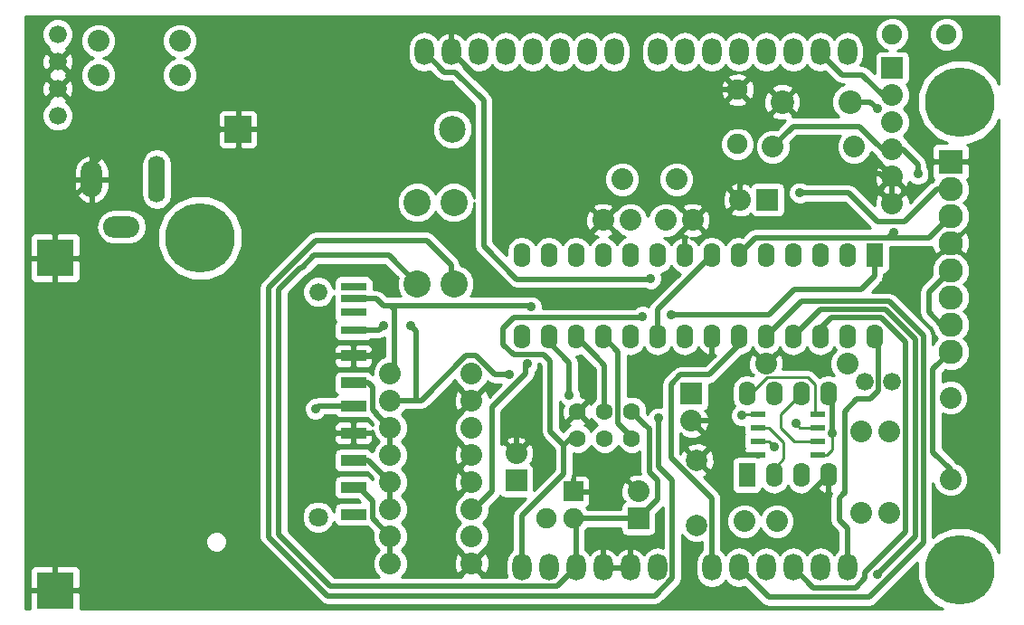
<source format=gtl>
G04 #@! TF.FileFunction,Copper,L1,Top,Signal*
%FSLAX46Y46*%
G04 Gerber Fmt 4.6, Leading zero omitted, Abs format (unit mm)*
G04 Created by KiCad (PCBNEW 4.0.5) date 12/30/18 13:58:41*
%MOMM*%
%LPD*%
G01*
G04 APERTURE LIST*
%ADD10C,0.150000*%
%ADD11R,2.400300X1.000760*%
%ADD12R,2.400300X0.800100*%
%ADD13C,1.676400*%
%ADD14C,1.800860*%
%ADD15R,3.500120X3.500120*%
%ADD16C,2.032000*%
%ADD17C,1.600200*%
%ADD18O,1.600200X4.399280*%
%ADD19O,1.998980X3.401060*%
%ADD20O,3.401060X1.998980*%
%ADD21C,6.499860*%
%ADD22R,1.998980X1.998980*%
%ADD23C,2.199640*%
%ADD24C,1.998980*%
%ADD25C,2.540000*%
%ADD26R,2.499360X2.499360*%
%ADD27C,2.499360*%
%ADD28R,1.574800X2.286000*%
%ADD29O,1.574800X2.286000*%
%ADD30C,1.905000*%
%ADD31R,1.905000X1.905000*%
%ADD32R,2.286000X2.286000*%
%ADD33C,2.286000*%
%ADD34R,2.032000X2.032000*%
%ADD35R,1.399540X0.599440*%
%ADD36O,1.800860X2.540000*%
%ADD37C,0.889000*%
%ADD38C,0.508000*%
%ADD39C,0.254000*%
G04 APERTURE END LIST*
D10*
D11*
X32766000Y14097000D03*
X32766000Y16637000D03*
X32766000Y19177000D03*
X32766000Y21717000D03*
X32766000Y23876000D03*
X32766000Y26416000D03*
D12*
X32766000Y28829000D03*
X32766000Y30480000D03*
D11*
X32766000Y11557000D03*
D12*
X32766000Y31750000D03*
D13*
X29464000Y32385000D03*
D14*
X29464000Y11303000D03*
D12*
X32766000Y32893000D03*
D15*
X4826000Y35560000D03*
X4826000Y4445000D03*
D16*
X58674000Y39116000D03*
X56134000Y39116000D03*
D17*
X58801000Y18669000D03*
X58801000Y21209000D03*
X56261000Y18669000D03*
X56261000Y21209000D03*
X53721000Y18669000D03*
X53721000Y21209000D03*
D13*
X5080000Y56515000D03*
X5080000Y53975000D03*
X5080000Y48895000D03*
X5080000Y51435000D03*
D18*
X14351000Y42926000D03*
D19*
X8255000Y42926000D03*
D20*
X11049000Y38481000D03*
D21*
X89535000Y6350000D03*
D22*
X83185000Y53340000D03*
D16*
X83185000Y50800000D03*
X83185000Y48260000D03*
X83185000Y45720000D03*
X83185000Y43180000D03*
X83185000Y40640000D03*
D23*
X72898000Y50165000D03*
X79248000Y50165000D03*
D24*
X64897000Y10541000D03*
X64897000Y16637000D03*
D25*
X42164000Y33147000D03*
X42164000Y40767000D03*
D16*
X72390000Y10922000D03*
X69342000Y10922000D03*
D26*
X21971000Y47625000D03*
D27*
X42037000Y47625000D03*
D28*
X69596000Y15240000D03*
D29*
X72136000Y15240000D03*
X74676000Y15240000D03*
X77216000Y15240000D03*
X77216000Y22860000D03*
X74676000Y22860000D03*
X72136000Y22860000D03*
X69596000Y22860000D03*
D16*
X62992000Y42926000D03*
X57912000Y42926000D03*
D30*
X53340000Y11176000D03*
D31*
X53340000Y13716000D03*
D30*
X50800000Y11176000D03*
D32*
X88646000Y44577000D03*
D33*
X88646000Y42037000D03*
X88646000Y39497000D03*
X88646000Y36957000D03*
X88646000Y34417000D03*
X88646000Y31877000D03*
X88646000Y29337000D03*
X88646000Y26797000D03*
D16*
X43815000Y12065000D03*
X36195000Y12065000D03*
X82931000Y11684000D03*
X82931000Y19304000D03*
X80264000Y11684000D03*
X80264000Y19304000D03*
X72009000Y45974000D03*
X79629000Y45974000D03*
X16510000Y52705000D03*
X8890000Y52705000D03*
X36195000Y6985000D03*
X43815000Y6985000D03*
X78994000Y25654000D03*
X71374000Y25654000D03*
X43815000Y9525000D03*
X36195000Y9525000D03*
X43815000Y19685000D03*
X36195000Y19685000D03*
X36195000Y17145000D03*
X43815000Y17145000D03*
X36195000Y22225000D03*
X43815000Y22225000D03*
X88646000Y14859000D03*
X88646000Y22479000D03*
X16510000Y55880000D03*
X8890000Y55880000D03*
X36195000Y14605000D03*
X43815000Y14605000D03*
D34*
X71501000Y41021000D03*
D16*
X68961000Y41021000D03*
D34*
X64389000Y22860000D03*
D16*
X64389000Y20320000D03*
D34*
X48006000Y14732000D03*
D16*
X48006000Y17272000D03*
D34*
X59436000Y11176000D03*
D16*
X59436000Y13716000D03*
D30*
X68707000Y46228000D03*
X68707000Y51308000D03*
X83185000Y56515000D03*
X88265000Y56515000D03*
D13*
X83185000Y24003000D03*
X80645000Y24003000D03*
D29*
X78994000Y35814000D03*
X76454000Y35814000D03*
X73914000Y35814000D03*
X71374000Y35814000D03*
X68834000Y35814000D03*
X66294000Y35814000D03*
X63754000Y35814000D03*
X61214000Y35814000D03*
X58674000Y35814000D03*
X56134000Y35814000D03*
X53594000Y35814000D03*
X51054000Y35814000D03*
X48514000Y35814000D03*
D28*
X81534000Y35814000D03*
D29*
X48514000Y28194000D03*
X51054000Y28194000D03*
X53594000Y28194000D03*
X56134000Y28194000D03*
X58674000Y28194000D03*
X61214000Y28194000D03*
X63754000Y28194000D03*
X66294000Y28194000D03*
X68834000Y28194000D03*
X71374000Y28194000D03*
X73914000Y28194000D03*
X76454000Y28194000D03*
X78994000Y28194000D03*
X81534000Y28194000D03*
D16*
X36195000Y24765000D03*
X43815000Y24765000D03*
D25*
X38735000Y40767000D03*
X38735000Y33147000D03*
D21*
X89535000Y50165000D03*
X18415000Y37465000D03*
D16*
X61976000Y39116000D03*
X64516000Y39116000D03*
D35*
X76206000Y20955000D03*
X70606000Y20955000D03*
X76206000Y19685000D03*
X76206000Y18415000D03*
X76206000Y17145000D03*
X70606000Y19685000D03*
X70606000Y18415000D03*
X70606000Y17145000D03*
D36*
X78994000Y6604000D03*
X76454000Y6604000D03*
X73914000Y6604000D03*
X66294000Y6604000D03*
X68834000Y6604000D03*
X71374000Y6604000D03*
X61214000Y6604000D03*
X58674000Y6604000D03*
X56134000Y6604000D03*
X51054000Y6604000D03*
X48514000Y6604000D03*
X78994000Y54864000D03*
X76454000Y54864000D03*
X73914000Y54864000D03*
X71374000Y54864000D03*
X68834000Y54864000D03*
X66294000Y54864000D03*
X63754000Y54864000D03*
X61214000Y54864000D03*
X57150000Y54864000D03*
X54610000Y54864000D03*
X52070000Y54864000D03*
X49530000Y54864000D03*
X46990000Y54864000D03*
X44450000Y54864000D03*
X41910000Y54864000D03*
X39370000Y54864000D03*
X53594000Y6604000D03*
D37*
X85598000Y43434000D03*
X81788000Y5969000D03*
X29210000Y21463000D03*
X77597000Y19177000D03*
X49403000Y30988000D03*
X52959000Y22733000D03*
X49022000Y25654000D03*
X35560000Y29210000D03*
X38100000Y29210000D03*
X47371000Y24638000D03*
X74168000Y20066000D03*
X74549000Y41656000D03*
X83312000Y37973000D03*
X67056000Y23749000D03*
X35433000Y27432000D03*
X46990000Y20828000D03*
X81788000Y49530000D03*
X59817000Y30099000D03*
X62484000Y30226000D03*
X61341000Y20574000D03*
X69088000Y20828000D03*
X60579000Y33655000D03*
X72136000Y17907000D03*
D38*
X53594000Y6604000D02*
X53594000Y10922000D01*
X27813000Y34671000D02*
X27940000Y34671000D01*
X58801000Y21209000D02*
X60071000Y19939000D01*
X61214000Y14732000D02*
X61214000Y12954000D01*
X86995000Y17399000D02*
X86995000Y25146000D01*
X88646000Y14859000D02*
X88646000Y15748000D01*
X82296000Y45720000D02*
X81661000Y46355000D01*
X73914000Y47879000D02*
X80137000Y47879000D01*
X84201000Y45720000D02*
X85598000Y44323000D01*
X88646000Y29337000D02*
X87757000Y29337000D01*
X61214000Y12954000D02*
X59436000Y11176000D01*
X61214000Y30734000D02*
X66294000Y35814000D01*
X83185000Y45720000D02*
X82296000Y45720000D01*
X25781000Y32639000D02*
X27813000Y34671000D01*
X61214000Y28194000D02*
X61214000Y30734000D01*
X53340000Y11176000D02*
X59436000Y11176000D01*
X87757000Y29337000D02*
X86614000Y30480000D01*
X80137000Y47879000D02*
X81661000Y46355000D01*
X81661000Y46355000D02*
X82296000Y45720000D01*
X86614000Y30480000D02*
X86614000Y32385000D01*
X86614000Y32385000D02*
X88646000Y34417000D01*
X30607000Y4826000D02*
X25781000Y9652000D01*
X53594000Y10922000D02*
X53340000Y11176000D01*
X60452000Y15494000D02*
X61214000Y14732000D01*
X51816000Y4826000D02*
X50927000Y4826000D01*
X72009000Y45974000D02*
X73914000Y47879000D01*
X25781000Y9652000D02*
X25781000Y32639000D01*
X86995000Y25146000D02*
X88646000Y26797000D01*
X27940000Y34671000D02*
X29083000Y35814000D01*
X29083000Y35814000D02*
X36068000Y35814000D01*
X36068000Y35814000D02*
X38735000Y33147000D01*
X88646000Y15748000D02*
X86995000Y17399000D01*
X60452000Y19558000D02*
X60452000Y15494000D01*
X50927000Y4826000D02*
X30607000Y4826000D01*
X82296000Y45720000D02*
X84201000Y45720000D01*
X85598000Y43434000D02*
X85598000Y44323000D01*
X53594000Y6604000D02*
X51816000Y4826000D01*
X60071000Y19939000D02*
X60452000Y19558000D01*
X66040000Y24638000D02*
X63373000Y24638000D01*
X62484000Y23749000D02*
X62484000Y16891000D01*
X68834000Y28194000D02*
X68834000Y27432000D01*
X68834000Y27432000D02*
X66040000Y24638000D01*
X66294000Y13081000D02*
X66294000Y6604000D01*
X63373000Y24638000D02*
X62484000Y23749000D01*
X62484000Y16891000D02*
X66294000Y13081000D01*
X81026000Y3810000D02*
X86106000Y8890000D01*
X82931000Y31496000D02*
X86106000Y28321000D01*
X71628000Y3810000D02*
X68834000Y6604000D01*
X78867000Y3810000D02*
X81026000Y3810000D01*
X74676000Y31496000D02*
X82931000Y31496000D01*
X86106000Y28321000D02*
X86106000Y8890000D01*
X71374000Y28194000D02*
X74676000Y31496000D01*
X78867000Y3810000D02*
X71628000Y3810000D01*
X85344000Y27940000D02*
X85344000Y10287000D01*
X76454000Y30734000D02*
X82550000Y30734000D01*
X85344000Y10287000D02*
X85344000Y9525000D01*
X85344000Y9525000D02*
X81788000Y5969000D01*
X73914000Y28194000D02*
X76454000Y30734000D01*
X82550000Y30734000D02*
X85344000Y27940000D01*
X76581000Y4699000D02*
X79756000Y4699000D01*
X80645000Y5588000D02*
X80645000Y6096000D01*
X79756000Y4699000D02*
X80645000Y5588000D01*
X76581000Y4699000D02*
X75819000Y4699000D01*
X76454000Y28956000D02*
X77470000Y29972000D01*
X80645000Y6096000D02*
X84455000Y9906000D01*
X76454000Y28194000D02*
X76454000Y28956000D01*
X77470000Y29972000D02*
X82169000Y29972000D01*
X84455000Y27686000D02*
X84455000Y9906000D01*
X82169000Y29972000D02*
X84455000Y27686000D01*
X75819000Y4699000D02*
X73914000Y6604000D01*
X29464000Y21717000D02*
X29210000Y21463000D01*
X32766000Y21717000D02*
X29464000Y21717000D01*
D39*
X76206000Y17145000D02*
X77089000Y17145000D01*
X77597000Y17653000D02*
X77597000Y19177000D01*
X77089000Y17145000D02*
X77597000Y17653000D01*
D38*
X77597000Y19177000D02*
X77597000Y22479000D01*
X77597000Y22479000D02*
X77216000Y22860000D01*
D39*
X76206000Y18415000D02*
X74041000Y18415000D01*
X72771000Y20955000D02*
X74676000Y22860000D01*
X72771000Y19685000D02*
X72771000Y20955000D01*
X74041000Y18415000D02*
X72771000Y19685000D01*
D38*
X78740000Y21209000D02*
X79883000Y22352000D01*
X81153000Y22352000D02*
X81915000Y23114000D01*
X78740000Y18542000D02*
X78740000Y21209000D01*
X81915000Y23114000D02*
X81915000Y27813000D01*
X78740000Y18542000D02*
X78740000Y18034000D01*
X79883000Y22352000D02*
X81153000Y22352000D01*
X78740000Y18034000D02*
X78740000Y16637000D01*
X78994000Y6604000D02*
X78994000Y9779000D01*
X78994000Y6096000D02*
X78994000Y9779000D01*
X78740000Y13589000D02*
X78613000Y13462000D01*
X81915000Y27813000D02*
X81534000Y28194000D01*
X78994000Y10287000D02*
X78232000Y11049000D01*
X78232000Y13081000D02*
X78613000Y13462000D01*
X78232000Y11049000D02*
X78232000Y13081000D01*
X78994000Y9779000D02*
X78994000Y10287000D01*
X78740000Y16637000D02*
X78740000Y13589000D01*
X36195000Y25019000D02*
X36576000Y25400000D01*
X36576000Y25400000D02*
X36576000Y30734000D01*
X36576000Y30734000D02*
X36195000Y31115000D01*
X36195000Y24765000D02*
X36195000Y25019000D01*
X36830000Y31115000D02*
X36195000Y31115000D01*
X49403000Y30988000D02*
X49276000Y31115000D01*
X49276000Y31115000D02*
X36830000Y31115000D01*
X34925000Y31750000D02*
X35560000Y31115000D01*
X35560000Y31115000D02*
X36830000Y31115000D01*
X32766000Y31750000D02*
X34925000Y31750000D01*
X51054000Y27686000D02*
X51054000Y28194000D01*
X52959000Y22733000D02*
X52959000Y25781000D01*
X52959000Y25781000D02*
X51054000Y27686000D01*
X44069000Y12065000D02*
X45720000Y13716000D01*
X55372000Y26416000D02*
X53594000Y28194000D01*
X48895000Y25146000D02*
X48895000Y25527000D01*
X43815000Y12065000D02*
X44069000Y12065000D01*
X56261000Y21209000D02*
X56261000Y25527000D01*
X56261000Y25527000D02*
X55372000Y26416000D01*
X48895000Y24765000D02*
X48895000Y25146000D01*
X45720000Y13716000D02*
X45720000Y21590000D01*
X48895000Y25146000D02*
X48895000Y25400000D01*
X48895000Y25527000D02*
X49022000Y25654000D01*
X45720000Y21590000D02*
X48895000Y24765000D01*
X57531000Y26797000D02*
X56134000Y28194000D01*
X37846000Y22225000D02*
X38608000Y22225000D01*
X39116000Y22225000D02*
X38354000Y22225000D01*
X58801000Y18669000D02*
X58801000Y18796000D01*
X44196000Y26416000D02*
X43307000Y26416000D01*
X38608000Y27305000D02*
X38608000Y28702000D01*
X43307000Y26416000D02*
X39116000Y22225000D01*
X38608000Y28702000D02*
X38100000Y29210000D01*
X57531000Y20066000D02*
X57531000Y26797000D01*
X38608000Y27305000D02*
X38608000Y22225000D01*
X36195000Y22225000D02*
X37846000Y22225000D01*
X38608000Y22225000D02*
X38354000Y22225000D01*
X45974000Y24638000D02*
X47371000Y24638000D01*
X58801000Y18796000D02*
X57531000Y20066000D01*
X45974000Y24638000D02*
X44196000Y26416000D01*
X35179000Y28829000D02*
X35560000Y29210000D01*
X32766000Y28829000D02*
X35179000Y28829000D01*
D39*
X76206000Y19685000D02*
X74549000Y19685000D01*
X74549000Y19685000D02*
X74168000Y20066000D01*
D38*
X75184000Y41656000D02*
X74549000Y41656000D01*
X87376000Y42037000D02*
X88646000Y42037000D01*
X75184000Y41656000D02*
X79121000Y41656000D01*
X81788000Y38989000D02*
X84328000Y38989000D01*
X79121000Y41656000D02*
X81788000Y38989000D01*
X84328000Y38989000D02*
X87376000Y42037000D01*
X68834000Y35814000D02*
X68834000Y35941000D01*
X82296000Y37465000D02*
X86614000Y37465000D01*
X82296000Y37465000D02*
X82804000Y37465000D01*
X82804000Y37465000D02*
X83312000Y37973000D01*
X86614000Y37465000D02*
X88646000Y39497000D01*
X68834000Y35941000D02*
X70358000Y37465000D01*
X70358000Y37465000D02*
X82296000Y37465000D01*
X70606000Y17145000D02*
X67056000Y17145000D01*
X67056000Y20828000D02*
X67056000Y17145000D01*
X67056000Y17145000D02*
X67056000Y14351000D01*
X74930000Y12954000D02*
X77216000Y15240000D01*
X68453000Y12954000D02*
X74930000Y12954000D01*
X67056000Y14351000D02*
X68453000Y12954000D01*
X5080000Y51435000D02*
X3175000Y49530000D01*
X3175000Y49530000D02*
X3175000Y40132000D01*
X4826000Y35560000D02*
X4826000Y37719000D01*
X4826000Y39497000D02*
X8255000Y42926000D01*
X4826000Y35560000D02*
X4826000Y39497000D01*
X8255000Y44196000D02*
X11684000Y47625000D01*
X68707000Y51308000D02*
X45466000Y51308000D01*
X69977000Y43434000D02*
X82042000Y43434000D01*
X68961000Y41021000D02*
X68961000Y42418000D01*
X83185000Y43180000D02*
X82296000Y43180000D01*
X83185000Y40640000D02*
X83185000Y43180000D01*
X68961000Y42418000D02*
X69977000Y43434000D01*
X82296000Y43180000D02*
X82042000Y43434000D01*
X4826000Y4445000D02*
X4826000Y35560000D01*
X48006000Y17272000D02*
X48006000Y19812000D01*
X4826000Y35560000D02*
X4826000Y38100000D01*
X67056000Y23749000D02*
X67056000Y20828000D01*
X4826000Y37719000D02*
X4826000Y38100000D01*
X45466000Y51308000D02*
X41910000Y54864000D01*
X3175000Y40132000D02*
X4826000Y38481000D01*
X66548000Y20320000D02*
X64389000Y20320000D01*
X67056000Y20828000D02*
X66548000Y20320000D01*
X4826000Y5715000D02*
X4826000Y36195000D01*
X4826000Y36195000D02*
X4826000Y37719000D01*
X11684000Y47625000D02*
X21971000Y47625000D01*
X48006000Y19812000D02*
X46990000Y20828000D01*
X4826000Y38100000D02*
X4826000Y38481000D01*
X8255000Y42926000D02*
X8255000Y44196000D01*
X34417000Y26416000D02*
X35433000Y27432000D01*
X32766000Y26416000D02*
X34417000Y26416000D01*
X29083000Y19177000D02*
X27940000Y20320000D01*
X27940000Y20320000D02*
X27940000Y25400000D01*
X27940000Y25400000D02*
X28956000Y26416000D01*
X28956000Y26416000D02*
X32766000Y26416000D01*
X32766000Y19177000D02*
X29083000Y19177000D01*
X46799500Y29019500D02*
X46799500Y27495500D01*
X47752000Y29972000D02*
X46799500Y29019500D01*
X50546000Y26543000D02*
X51181000Y25908000D01*
X59817000Y30099000D02*
X59690000Y29972000D01*
X59690000Y29972000D02*
X47752000Y29972000D01*
X48514000Y6604000D02*
X48514000Y11430000D01*
X51181000Y19304000D02*
X52451000Y18034000D01*
X47752000Y26543000D02*
X50546000Y26543000D01*
X81534000Y33909000D02*
X80264000Y32639000D01*
X79248000Y50165000D02*
X81153000Y50165000D01*
X74041000Y32639000D02*
X71628000Y30226000D01*
X80264000Y32639000D02*
X74041000Y32639000D01*
X71628000Y30226000D02*
X62484000Y30226000D01*
X79375000Y50165000D02*
X80645000Y50165000D01*
X51181000Y24638000D02*
X51181000Y19304000D01*
X48514000Y11430000D02*
X52451000Y15367000D01*
X81153000Y50165000D02*
X81788000Y49530000D01*
X52451000Y15367000D02*
X52451000Y18034000D01*
X53721000Y18669000D02*
X53086000Y18669000D01*
X53086000Y18669000D02*
X52451000Y18034000D01*
X79248000Y50165000D02*
X80645000Y50165000D01*
X81534000Y35814000D02*
X81534000Y33909000D01*
X51181000Y25908000D02*
X51181000Y24638000D01*
X46799500Y27495500D02*
X47752000Y26543000D01*
X76454000Y54737000D02*
X78486000Y52705000D01*
X78486000Y52705000D02*
X80391000Y52705000D01*
X76454000Y54864000D02*
X76454000Y54737000D01*
X82296000Y50800000D02*
X80391000Y52705000D01*
X83185000Y50800000D02*
X82296000Y50800000D01*
D39*
X69596000Y22860000D02*
X69977000Y22860000D01*
X69977000Y22860000D02*
X71501000Y24384000D01*
X75946000Y23749000D02*
X75946000Y21215000D01*
X75311000Y24384000D02*
X75946000Y23749000D01*
X71501000Y24384000D02*
X75311000Y24384000D01*
X75946000Y21215000D02*
X76206000Y20955000D01*
D38*
X30353000Y3937000D02*
X24828500Y9461500D01*
X61341000Y16002000D02*
X62611000Y14732000D01*
X41910000Y34925000D02*
X41910000Y33401000D01*
X41275000Y35560000D02*
X41910000Y34925000D01*
X24828500Y9461500D02*
X24828500Y32829500D01*
X41910000Y33401000D02*
X42164000Y33147000D01*
X62611000Y5588000D02*
X60960000Y3937000D01*
X60960000Y3937000D02*
X30353000Y3937000D01*
X39624000Y37211000D02*
X41275000Y35560000D01*
X61341000Y20574000D02*
X61341000Y16002000D01*
X24828500Y32829500D02*
X29210000Y37211000D01*
X29210000Y37211000D02*
X39624000Y37211000D01*
X62611000Y14732000D02*
X62611000Y5588000D01*
D39*
X70606000Y20955000D02*
X69215000Y20955000D01*
X69215000Y20955000D02*
X69088000Y20828000D01*
D38*
X44958000Y50292000D02*
X42291000Y52959000D01*
X49276000Y33591500D02*
X48069500Y33591500D01*
X44958000Y36703000D02*
X44958000Y50292000D01*
X42291000Y52959000D02*
X41275000Y52959000D01*
X60579000Y33655000D02*
X60515500Y33591500D01*
X48069500Y33591500D02*
X44958000Y36703000D01*
X60515500Y33591500D02*
X49276000Y33591500D01*
X41275000Y52959000D02*
X39370000Y54864000D01*
X34544000Y12827000D02*
X34544000Y11176000D01*
X33274000Y14097000D02*
X34163000Y13208000D01*
X33274000Y14097000D02*
X34163000Y13208000D01*
X34544000Y11176000D02*
X36195000Y9525000D01*
X33274000Y14097000D02*
X34163000Y13208000D01*
X33274000Y14097000D02*
X34163000Y13208000D01*
X36195000Y6985000D02*
X36195000Y9525000D01*
X34163000Y13208000D02*
X34544000Y12827000D01*
X33274000Y14097000D02*
X34163000Y13208000D01*
X32766000Y14097000D02*
X33274000Y14097000D01*
X36195000Y12065000D02*
X36195000Y14605000D01*
X34163000Y16637000D02*
X34417000Y16383000D01*
X34417000Y16383000D02*
X36195000Y14605000D01*
X34163000Y16637000D02*
X34417000Y16383000D01*
X34163000Y16637000D02*
X36195000Y14605000D01*
X32766000Y16637000D02*
X34163000Y16637000D01*
X34544000Y21336000D02*
X36195000Y19685000D01*
X36195000Y19685000D02*
X34925000Y20955000D01*
X36195000Y19685000D02*
X36195000Y17145000D01*
X34925000Y20955000D02*
X34544000Y21336000D01*
X34163000Y23876000D02*
X34544000Y23495000D01*
X34544000Y21336000D02*
X34544000Y22987000D01*
X34544000Y22987000D02*
X34544000Y21336000D01*
X34544000Y23495000D02*
X34544000Y21336000D01*
X34163000Y23876000D02*
X34544000Y23495000D01*
X32766000Y23876000D02*
X34163000Y23876000D01*
D39*
X70606000Y18415000D02*
X71628000Y18415000D01*
X71628000Y18415000D02*
X72136000Y17907000D01*
X72136000Y15240000D02*
X72136000Y15875000D01*
X72136000Y15875000D02*
X73025000Y16764000D01*
X71628000Y19685000D02*
X70606000Y19685000D01*
X73025000Y18288000D02*
X71628000Y19685000D01*
X73025000Y16764000D02*
X73025000Y18288000D01*
G36*
X93154500Y51817837D02*
X92907968Y52414490D01*
X91790374Y53534037D01*
X90329419Y54140679D01*
X88747521Y54142059D01*
X87285510Y53537968D01*
X86165963Y52420374D01*
X85559321Y50959419D01*
X85557941Y49377521D01*
X86162032Y47915510D01*
X87279626Y46795963D01*
X88341582Y46355000D01*
X87376690Y46355000D01*
X87143301Y46258327D01*
X86964673Y46079698D01*
X86868000Y45846309D01*
X86868000Y44862750D01*
X87026750Y44704000D01*
X88519000Y44704000D01*
X88519000Y44724000D01*
X88773000Y44724000D01*
X88773000Y44704000D01*
X90265250Y44704000D01*
X90424000Y44862750D01*
X90424000Y45846309D01*
X90327327Y46079698D01*
X90218994Y46188031D01*
X90322479Y46187941D01*
X91784490Y46792032D01*
X92904037Y47909626D01*
X93154500Y48512807D01*
X93154500Y8002837D01*
X92907968Y8599490D01*
X91790374Y9719037D01*
X90329419Y10325679D01*
X88747521Y10327059D01*
X87285510Y9722968D01*
X86995000Y9432965D01*
X86995000Y14531345D01*
X87245534Y13925005D01*
X87709563Y13460166D01*
X88316155Y13208287D01*
X88972963Y13207714D01*
X89579995Y13458534D01*
X90044834Y13922563D01*
X90296713Y14529155D01*
X90297286Y15185963D01*
X90046466Y15792995D01*
X89582437Y16257834D01*
X89259170Y16392066D01*
X87884000Y17767236D01*
X87884000Y21007733D01*
X88316155Y20828287D01*
X88972963Y20827714D01*
X89579995Y21078534D01*
X90044834Y21542563D01*
X90296713Y22149155D01*
X90297286Y22805963D01*
X90046466Y23412995D01*
X89582437Y23877834D01*
X88975845Y24129713D01*
X88319037Y24130286D01*
X87884000Y23950533D01*
X87884000Y24777764D01*
X88174026Y25067790D01*
X88290782Y25019309D01*
X88998114Y25018692D01*
X89651840Y25288806D01*
X90152436Y25788529D01*
X90423691Y26441782D01*
X90424308Y27149114D01*
X90154194Y27802840D01*
X89890472Y28067022D01*
X90152436Y28328529D01*
X90423691Y28981782D01*
X90424308Y29689114D01*
X90154194Y30342840D01*
X89890472Y30607022D01*
X90152436Y30868529D01*
X90423691Y31521782D01*
X90424308Y32229114D01*
X90154194Y32882840D01*
X89890472Y33147022D01*
X90152436Y33408529D01*
X90423691Y34061782D01*
X90424308Y34769114D01*
X90154194Y35422840D01*
X89654471Y35923436D01*
X89390241Y36033154D01*
X88646000Y36777395D01*
X87901981Y36033376D01*
X87640160Y35925194D01*
X87139564Y35425471D01*
X86868309Y34772218D01*
X86867692Y34064886D01*
X86917092Y33945328D01*
X85985382Y33013618D01*
X85792671Y32725206D01*
X85725000Y32385000D01*
X85725000Y30480000D01*
X85792671Y30139794D01*
X85877916Y30012216D01*
X85985382Y29851382D01*
X86878827Y28957937D01*
X87137806Y28331160D01*
X87401528Y28066978D01*
X87139564Y27805471D01*
X86995000Y27457323D01*
X86995000Y28321000D01*
X86927329Y28661206D01*
X86734618Y28949618D01*
X83559618Y32124618D01*
X83445481Y32200882D01*
X83271206Y32317329D01*
X82931000Y32385000D01*
X81267236Y32385000D01*
X82162618Y33280382D01*
X82198237Y33333690D01*
X82355329Y33568794D01*
X82423000Y33909000D01*
X82423000Y34042677D01*
X82556717Y34067838D01*
X82772841Y34206910D01*
X82917831Y34419110D01*
X82968840Y34671000D01*
X82968840Y36576000D01*
X86614000Y36576000D01*
X86877292Y36628372D01*
X86879751Y36548671D01*
X87108342Y35996806D01*
X87390037Y35880642D01*
X88466395Y36957000D01*
X88825605Y36957000D01*
X89901963Y35880642D01*
X90183658Y35996806D01*
X90434062Y36658333D01*
X90412249Y37365329D01*
X90183658Y37917194D01*
X89901963Y38033358D01*
X88825605Y36957000D01*
X88466395Y36957000D01*
X88452253Y36971142D01*
X88631858Y37150747D01*
X88646000Y37136605D01*
X89390019Y37880624D01*
X89651840Y37988806D01*
X90152436Y38488529D01*
X90423691Y39141782D01*
X90424308Y39849114D01*
X90154194Y40502840D01*
X89890472Y40767022D01*
X90152436Y41028529D01*
X90423691Y41681782D01*
X90424308Y42389114D01*
X90195616Y42942590D01*
X90327327Y43074302D01*
X90424000Y43307691D01*
X90424000Y44291250D01*
X90265250Y44450000D01*
X88773000Y44450000D01*
X88773000Y44430000D01*
X88519000Y44430000D01*
X88519000Y44450000D01*
X87026750Y44450000D01*
X86868000Y44291250D01*
X86868000Y43307691D01*
X86964673Y43074302D01*
X87096709Y42942265D01*
X87064202Y42863980D01*
X87035794Y42858329D01*
X86852248Y42735687D01*
X86747382Y42665618D01*
X84833049Y40751285D01*
X84823014Y41028019D01*
X84617622Y41523880D01*
X84349107Y41624502D01*
X83364605Y40640000D01*
X83378748Y40625857D01*
X83199143Y40446252D01*
X83185000Y40460395D01*
X83170858Y40446252D01*
X82991253Y40625857D01*
X83005395Y40640000D01*
X82020893Y41624502D01*
X81752378Y41523880D01*
X81523184Y40908358D01*
X81538133Y40496103D01*
X80018343Y42015893D01*
X82200498Y42015893D01*
X82240180Y41910000D01*
X82200498Y41804107D01*
X83185000Y40819605D01*
X84169502Y41804107D01*
X84129820Y41910000D01*
X84169502Y42015893D01*
X83185000Y43000395D01*
X82200498Y42015893D01*
X80018343Y42015893D01*
X79749618Y42284618D01*
X79461206Y42477329D01*
X79121000Y42545000D01*
X75186863Y42545000D01*
X75161286Y42570622D01*
X74764668Y42735313D01*
X74335216Y42735687D01*
X73938311Y42571689D01*
X73634378Y42268286D01*
X73469687Y41871668D01*
X73469313Y41442216D01*
X73633311Y41045311D01*
X73936714Y40741378D01*
X74333332Y40576687D01*
X74762784Y40576313D01*
X75159689Y40740311D01*
X75186425Y40767000D01*
X78752764Y40767000D01*
X81159382Y38360382D01*
X81168933Y38354000D01*
X70358000Y38354000D01*
X70017794Y38286329D01*
X69729382Y38093618D01*
X69191488Y37555724D01*
X68834000Y37626833D01*
X68289671Y37518559D01*
X67828211Y37210222D01*
X67564000Y36814801D01*
X67299789Y37210222D01*
X66838329Y37518559D01*
X66294000Y37626833D01*
X65749671Y37518559D01*
X65288211Y37210222D01*
X65024246Y36815170D01*
X65019525Y36831262D01*
X64669986Y37265191D01*
X64319281Y37456782D01*
X64904019Y37477986D01*
X65399880Y37683378D01*
X65500502Y37951893D01*
X64516000Y38936395D01*
X63531498Y37951893D01*
X63632120Y37683378D01*
X64057668Y37524922D01*
X63881000Y37426852D01*
X63881000Y35941000D01*
X63901000Y35941000D01*
X63901000Y35687000D01*
X63881000Y35687000D01*
X63881000Y35667000D01*
X63627000Y35667000D01*
X63627000Y35687000D01*
X63607000Y35687000D01*
X63607000Y35941000D01*
X63627000Y35941000D01*
X63627000Y37426852D01*
X63406940Y37549010D01*
X63327004Y37532327D01*
X62838014Y37265191D01*
X62488475Y36831262D01*
X62483754Y36815170D01*
X62219789Y37210222D01*
X61838307Y37465119D01*
X62302963Y37464714D01*
X62909995Y37715534D01*
X63333565Y38138366D01*
X63351893Y38131498D01*
X64336395Y39116000D01*
X64695605Y39116000D01*
X65680107Y38131498D01*
X65948622Y38232120D01*
X66177816Y38847642D01*
X66154014Y39504019D01*
X65948622Y39999880D01*
X65680107Y40100502D01*
X64695605Y39116000D01*
X64336395Y39116000D01*
X63351893Y40100502D01*
X63333083Y40093453D01*
X63146755Y40280107D01*
X63531498Y40280107D01*
X64516000Y39295605D01*
X65500502Y40280107D01*
X65399880Y40548622D01*
X64784358Y40777816D01*
X64127981Y40754014D01*
X63632120Y40548622D01*
X63531498Y40280107D01*
X63146755Y40280107D01*
X62912437Y40514834D01*
X62305845Y40766713D01*
X61649037Y40767286D01*
X61042005Y40516466D01*
X60577166Y40052437D01*
X60325287Y39445845D01*
X60325284Y39442967D01*
X60074466Y40049995D01*
X59610437Y40514834D01*
X59003845Y40766713D01*
X58347037Y40767286D01*
X57740005Y40516466D01*
X57316435Y40093634D01*
X57298107Y40100502D01*
X56313605Y39116000D01*
X57298107Y38131498D01*
X57316917Y38138547D01*
X57737563Y37717166D01*
X58187946Y37530151D01*
X58129671Y37518559D01*
X57668211Y37210222D01*
X57404000Y36814801D01*
X57139789Y37210222D01*
X56678329Y37518559D01*
X56638904Y37526401D01*
X57017880Y37683378D01*
X57118502Y37951893D01*
X56134000Y38936395D01*
X55149498Y37951893D01*
X55250120Y37683378D01*
X55656863Y37531924D01*
X55589671Y37518559D01*
X55128211Y37210222D01*
X54864000Y36814801D01*
X54599789Y37210222D01*
X54138329Y37518559D01*
X53594000Y37626833D01*
X53049671Y37518559D01*
X52588211Y37210222D01*
X52324000Y36814801D01*
X52059789Y37210222D01*
X51598329Y37518559D01*
X51054000Y37626833D01*
X50509671Y37518559D01*
X50048211Y37210222D01*
X49784000Y36814801D01*
X49519789Y37210222D01*
X49058329Y37518559D01*
X48514000Y37626833D01*
X47969671Y37518559D01*
X47508211Y37210222D01*
X47199874Y36748762D01*
X47091600Y36204433D01*
X47091600Y35826636D01*
X45847000Y37071236D01*
X45847000Y39384358D01*
X54472184Y39384358D01*
X54495986Y38727981D01*
X54701378Y38232120D01*
X54969893Y38131498D01*
X55954395Y39116000D01*
X54969893Y40100502D01*
X54701378Y39999880D01*
X54472184Y39384358D01*
X45847000Y39384358D01*
X45847000Y40280107D01*
X55149498Y40280107D01*
X56134000Y39295605D01*
X57118502Y40280107D01*
X57017880Y40548622D01*
X56402358Y40777816D01*
X55745981Y40754014D01*
X55250120Y40548622D01*
X55149498Y40280107D01*
X45847000Y40280107D01*
X45847000Y42599037D01*
X56260714Y42599037D01*
X56511534Y41992005D01*
X56975563Y41527166D01*
X57582155Y41275287D01*
X58238963Y41274714D01*
X58845995Y41525534D01*
X59310834Y41989563D01*
X59562713Y42596155D01*
X59562715Y42599037D01*
X61340714Y42599037D01*
X61591534Y41992005D01*
X62055563Y41527166D01*
X62662155Y41275287D01*
X63318963Y41274714D01*
X63354404Y41289358D01*
X67299184Y41289358D01*
X67322986Y40632981D01*
X67528378Y40137120D01*
X67796893Y40036498D01*
X68781395Y41021000D01*
X67796893Y42005502D01*
X67528378Y41904880D01*
X67299184Y41289358D01*
X63354404Y41289358D01*
X63925995Y41525534D01*
X64390834Y41989563D01*
X64472030Y42185107D01*
X67976498Y42185107D01*
X68961000Y41200605D01*
X68975143Y41214747D01*
X69154748Y41035142D01*
X69140605Y41021000D01*
X69154748Y41006857D01*
X68975143Y40827252D01*
X68961000Y40841395D01*
X67976498Y39856893D01*
X68077120Y39588378D01*
X68692642Y39359184D01*
X69349019Y39382986D01*
X69844880Y39588378D01*
X69901419Y39739254D01*
X70020910Y39553559D01*
X70233110Y39408569D01*
X70485000Y39357560D01*
X72517000Y39357560D01*
X72752317Y39401838D01*
X72968441Y39540910D01*
X73113431Y39753110D01*
X73164440Y40005000D01*
X73164440Y42037000D01*
X73120162Y42272317D01*
X72981090Y42488441D01*
X72768890Y42633431D01*
X72517000Y42684440D01*
X70485000Y42684440D01*
X70249683Y42640162D01*
X70033559Y42501090D01*
X69900221Y42305943D01*
X69844880Y42453622D01*
X69229358Y42682816D01*
X68572981Y42659014D01*
X68077120Y42453622D01*
X67976498Y42185107D01*
X64472030Y42185107D01*
X64642713Y42596155D01*
X64643286Y43252963D01*
X64562551Y43448358D01*
X81523184Y43448358D01*
X81546986Y42791981D01*
X81752378Y42296120D01*
X82020893Y42195498D01*
X83005395Y43180000D01*
X82020893Y44164502D01*
X81752378Y44063880D01*
X81523184Y43448358D01*
X64562551Y43448358D01*
X64392466Y43859995D01*
X63928437Y44324834D01*
X63321845Y44576713D01*
X62665037Y44577286D01*
X62058005Y44326466D01*
X61593166Y43862437D01*
X61341287Y43255845D01*
X61340714Y42599037D01*
X59562715Y42599037D01*
X59563286Y43252963D01*
X59312466Y43859995D01*
X58848437Y44324834D01*
X58241845Y44576713D01*
X57585037Y44577286D01*
X56978005Y44326466D01*
X56513166Y43862437D01*
X56261287Y43255845D01*
X56260714Y42599037D01*
X45847000Y42599037D01*
X45847000Y45913612D01*
X67119225Y45913612D01*
X67360398Y45329928D01*
X67806579Y44882968D01*
X68389841Y44640776D01*
X69021388Y44640225D01*
X69605072Y44881398D01*
X70052032Y45327579D01*
X70294224Y45910841D01*
X70294775Y46542388D01*
X70053602Y47126072D01*
X69607421Y47573032D01*
X69024159Y47815224D01*
X68392612Y47815775D01*
X67808928Y47574602D01*
X67361968Y47128421D01*
X67119776Y46545159D01*
X67119225Y45913612D01*
X45847000Y45913612D01*
X45847000Y50189841D01*
X67768446Y50189841D01*
X67861288Y49927912D01*
X68453801Y49709325D01*
X69084861Y49734122D01*
X69552712Y49927912D01*
X69645554Y50189841D01*
X68707000Y51128395D01*
X67768446Y50189841D01*
X45847000Y50189841D01*
X45847000Y50292000D01*
X45816642Y50444622D01*
X45779330Y50632205D01*
X45586618Y50920618D01*
X44946037Y51561199D01*
X67108325Y51561199D01*
X67133122Y50930139D01*
X67326912Y50462288D01*
X67588841Y50369446D01*
X68527395Y51308000D01*
X68886605Y51308000D01*
X69825159Y50369446D01*
X70061908Y50453363D01*
X71152857Y50453363D01*
X71175346Y49763575D01*
X71396049Y49230750D01*
X71673263Y49119868D01*
X72718395Y50165000D01*
X73077605Y50165000D01*
X74122737Y49119868D01*
X74399951Y49230750D01*
X74643143Y49876637D01*
X74620654Y50566425D01*
X74399951Y51099250D01*
X74122737Y51210132D01*
X73077605Y50165000D01*
X72718395Y50165000D01*
X71673263Y51210132D01*
X71396049Y51099250D01*
X71152857Y50453363D01*
X70061908Y50453363D01*
X70087088Y50462288D01*
X70305675Y51054801D01*
X70292514Y51389737D01*
X71852868Y51389737D01*
X72898000Y50344605D01*
X73943132Y51389737D01*
X73832250Y51666951D01*
X73186363Y51910143D01*
X72496575Y51887654D01*
X71963750Y51666951D01*
X71852868Y51389737D01*
X70292514Y51389737D01*
X70280878Y51685861D01*
X70087088Y52153712D01*
X69825159Y52246554D01*
X68886605Y51308000D01*
X68527395Y51308000D01*
X67588841Y52246554D01*
X67326912Y52153712D01*
X67108325Y51561199D01*
X44946037Y51561199D01*
X44081077Y52426159D01*
X67768446Y52426159D01*
X68707000Y51487605D01*
X69645554Y52426159D01*
X69552712Y52688088D01*
X68960199Y52906675D01*
X68329139Y52881878D01*
X67861288Y52688088D01*
X67768446Y52426159D01*
X44081077Y52426159D01*
X43030974Y53476262D01*
X43173989Y53656197D01*
X43364287Y53371396D01*
X43862416Y53038557D01*
X44450000Y52921679D01*
X45037584Y53038557D01*
X45535713Y53371396D01*
X45720000Y53647201D01*
X45904287Y53371396D01*
X46402416Y53038557D01*
X46990000Y52921679D01*
X47577584Y53038557D01*
X48075713Y53371396D01*
X48260000Y53647201D01*
X48444287Y53371396D01*
X48942416Y53038557D01*
X49530000Y52921679D01*
X50117584Y53038557D01*
X50615713Y53371396D01*
X50800000Y53647201D01*
X50984287Y53371396D01*
X51482416Y53038557D01*
X52070000Y52921679D01*
X52657584Y53038557D01*
X53155713Y53371396D01*
X53340000Y53647201D01*
X53524287Y53371396D01*
X54022416Y53038557D01*
X54610000Y52921679D01*
X55197584Y53038557D01*
X55695713Y53371396D01*
X55880000Y53647201D01*
X56064287Y53371396D01*
X56562416Y53038557D01*
X57150000Y52921679D01*
X57737584Y53038557D01*
X58235713Y53371396D01*
X58568552Y53869525D01*
X58685430Y54457109D01*
X58685430Y55270891D01*
X59678570Y55270891D01*
X59678570Y54457109D01*
X59795448Y53869525D01*
X60128287Y53371396D01*
X60626416Y53038557D01*
X61214000Y52921679D01*
X61801584Y53038557D01*
X62299713Y53371396D01*
X62484000Y53647201D01*
X62668287Y53371396D01*
X63166416Y53038557D01*
X63754000Y52921679D01*
X64341584Y53038557D01*
X64839713Y53371396D01*
X65024000Y53647201D01*
X65208287Y53371396D01*
X65706416Y53038557D01*
X66294000Y52921679D01*
X66881584Y53038557D01*
X67379713Y53371396D01*
X67564000Y53647201D01*
X67748287Y53371396D01*
X68246416Y53038557D01*
X68834000Y52921679D01*
X69421584Y53038557D01*
X69919713Y53371396D01*
X70104000Y53647201D01*
X70288287Y53371396D01*
X70786416Y53038557D01*
X71374000Y52921679D01*
X71961584Y53038557D01*
X72459713Y53371396D01*
X72644000Y53647201D01*
X72828287Y53371396D01*
X73326416Y53038557D01*
X73914000Y52921679D01*
X74501584Y53038557D01*
X74999713Y53371396D01*
X75184000Y53647201D01*
X75368287Y53371396D01*
X75866416Y53038557D01*
X76454000Y52921679D01*
X76919493Y53014271D01*
X77857382Y52076382D01*
X78145794Y51883671D01*
X78486000Y51816000D01*
X78700851Y51816000D01*
X78266587Y51636566D01*
X77778149Y51148980D01*
X77513482Y50511591D01*
X77512880Y49821437D01*
X77776434Y49183587D01*
X78191296Y48768000D01*
X73914000Y48768000D01*
X73870791Y48759405D01*
X73943132Y48940263D01*
X72898000Y49985395D01*
X71852868Y48940263D01*
X71963750Y48663049D01*
X72609637Y48419857D01*
X73217437Y48439673D01*
X72383807Y47606043D01*
X72338845Y47624713D01*
X71682037Y47625286D01*
X71075005Y47374466D01*
X70610166Y46910437D01*
X70358287Y46303845D01*
X70357714Y45647037D01*
X70608534Y45040005D01*
X71072563Y44575166D01*
X71679155Y44323287D01*
X72335963Y44322714D01*
X72942995Y44573534D01*
X73407834Y45037563D01*
X73659713Y45644155D01*
X73660286Y46300963D01*
X73640671Y46348435D01*
X74282236Y46990000D01*
X78309868Y46990000D01*
X78230166Y46910437D01*
X77978287Y46303845D01*
X77977714Y45647037D01*
X78228534Y45040005D01*
X78692563Y44575166D01*
X79299155Y44323287D01*
X79955963Y44322714D01*
X80562995Y44573534D01*
X81027834Y45037563D01*
X81231271Y45527493D01*
X81651999Y45106765D01*
X81784534Y44786005D01*
X82207366Y44362435D01*
X82200498Y44344107D01*
X83185000Y43359605D01*
X83199143Y43373747D01*
X83378748Y43194142D01*
X83364605Y43180000D01*
X84349107Y42195498D01*
X84617622Y42296120D01*
X84778169Y42727285D01*
X84985714Y42519378D01*
X85382332Y42354687D01*
X85811784Y42354313D01*
X86208689Y42518311D01*
X86512622Y42821714D01*
X86677313Y43218332D01*
X86677687Y43647784D01*
X86513689Y44044689D01*
X86487000Y44071425D01*
X86487000Y44323000D01*
X86419329Y44663206D01*
X86226618Y44951618D01*
X84829618Y46348618D01*
X84820067Y46355000D01*
X84666653Y46457508D01*
X84585466Y46653995D01*
X84249868Y46990179D01*
X84583834Y47323563D01*
X84835713Y47930155D01*
X84836286Y48586963D01*
X84585466Y49193995D01*
X84249868Y49530179D01*
X84583834Y49863563D01*
X84835713Y50470155D01*
X84836286Y51126963D01*
X84585466Y51733995D01*
X84518635Y51800942D01*
X84635931Y51876420D01*
X84780921Y52088620D01*
X84831930Y52340510D01*
X84831930Y54339490D01*
X84787652Y54574807D01*
X84648580Y54790931D01*
X84436380Y54935921D01*
X84184490Y54986930D01*
X83643885Y54986930D01*
X84083072Y55168398D01*
X84530032Y55614579D01*
X84772224Y56197841D01*
X84772226Y56200612D01*
X86677225Y56200612D01*
X86918398Y55616928D01*
X87364579Y55169968D01*
X87947841Y54927776D01*
X88579388Y54927225D01*
X89163072Y55168398D01*
X89610032Y55614579D01*
X89852224Y56197841D01*
X89852775Y56829388D01*
X89611602Y57413072D01*
X89165421Y57860032D01*
X88582159Y58102224D01*
X87950612Y58102775D01*
X87366928Y57861602D01*
X86919968Y57415421D01*
X86677776Y56832159D01*
X86677225Y56200612D01*
X84772226Y56200612D01*
X84772775Y56829388D01*
X84531602Y57413072D01*
X84085421Y57860032D01*
X83502159Y58102224D01*
X82870612Y58102775D01*
X82286928Y57861602D01*
X81839968Y57415421D01*
X81597776Y56832159D01*
X81597225Y56200612D01*
X81838398Y55616928D01*
X82284579Y55169968D01*
X82725383Y54986930D01*
X82185510Y54986930D01*
X81950193Y54942652D01*
X81734069Y54803580D01*
X81589079Y54591380D01*
X81538070Y54339490D01*
X81538070Y52815166D01*
X81019618Y53333618D01*
X80963079Y53371396D01*
X80731206Y53526329D01*
X80391000Y53594000D01*
X80228452Y53594000D01*
X80412552Y53869525D01*
X80529430Y54457109D01*
X80529430Y55270891D01*
X80412552Y55858475D01*
X80079713Y56356604D01*
X79581584Y56689443D01*
X78994000Y56806321D01*
X78406416Y56689443D01*
X77908287Y56356604D01*
X77724000Y56080799D01*
X77539713Y56356604D01*
X77041584Y56689443D01*
X76454000Y56806321D01*
X75866416Y56689443D01*
X75368287Y56356604D01*
X75184000Y56080799D01*
X74999713Y56356604D01*
X74501584Y56689443D01*
X73914000Y56806321D01*
X73326416Y56689443D01*
X72828287Y56356604D01*
X72644000Y56080799D01*
X72459713Y56356604D01*
X71961584Y56689443D01*
X71374000Y56806321D01*
X70786416Y56689443D01*
X70288287Y56356604D01*
X70104000Y56080799D01*
X69919713Y56356604D01*
X69421584Y56689443D01*
X68834000Y56806321D01*
X68246416Y56689443D01*
X67748287Y56356604D01*
X67564000Y56080799D01*
X67379713Y56356604D01*
X66881584Y56689443D01*
X66294000Y56806321D01*
X65706416Y56689443D01*
X65208287Y56356604D01*
X65024000Y56080799D01*
X64839713Y56356604D01*
X64341584Y56689443D01*
X63754000Y56806321D01*
X63166416Y56689443D01*
X62668287Y56356604D01*
X62484000Y56080799D01*
X62299713Y56356604D01*
X61801584Y56689443D01*
X61214000Y56806321D01*
X60626416Y56689443D01*
X60128287Y56356604D01*
X59795448Y55858475D01*
X59678570Y55270891D01*
X58685430Y55270891D01*
X58568552Y55858475D01*
X58235713Y56356604D01*
X57737584Y56689443D01*
X57150000Y56806321D01*
X56562416Y56689443D01*
X56064287Y56356604D01*
X55880000Y56080799D01*
X55695713Y56356604D01*
X55197584Y56689443D01*
X54610000Y56806321D01*
X54022416Y56689443D01*
X53524287Y56356604D01*
X53340000Y56080799D01*
X53155713Y56356604D01*
X52657584Y56689443D01*
X52070000Y56806321D01*
X51482416Y56689443D01*
X50984287Y56356604D01*
X50800000Y56080799D01*
X50615713Y56356604D01*
X50117584Y56689443D01*
X49530000Y56806321D01*
X48942416Y56689443D01*
X48444287Y56356604D01*
X48260000Y56080799D01*
X48075713Y56356604D01*
X47577584Y56689443D01*
X46990000Y56806321D01*
X46402416Y56689443D01*
X45904287Y56356604D01*
X45720000Y56080799D01*
X45535713Y56356604D01*
X45037584Y56689443D01*
X44450000Y56806321D01*
X43862416Y56689443D01*
X43364287Y56356604D01*
X43173989Y56071803D01*
X42905911Y56409085D01*
X42380252Y56700723D01*
X42274808Y56725033D01*
X42037000Y56604380D01*
X42037000Y54991000D01*
X42057000Y54991000D01*
X42057000Y54737000D01*
X42037000Y54737000D01*
X42037000Y54717000D01*
X41783000Y54717000D01*
X41783000Y54737000D01*
X41763000Y54737000D01*
X41763000Y54991000D01*
X41783000Y54991000D01*
X41783000Y56604380D01*
X41545192Y56725033D01*
X41439748Y56700723D01*
X40914089Y56409085D01*
X40646011Y56071803D01*
X40455713Y56356604D01*
X39957584Y56689443D01*
X39370000Y56806321D01*
X38782416Y56689443D01*
X38284287Y56356604D01*
X37951448Y55858475D01*
X37834570Y55270891D01*
X37834570Y54457109D01*
X37951448Y53869525D01*
X38284287Y53371396D01*
X38782416Y53038557D01*
X39370000Y52921679D01*
X39941422Y53035342D01*
X40646382Y52330382D01*
X40934794Y52137671D01*
X41275000Y52070000D01*
X41922764Y52070000D01*
X44069000Y49923764D01*
X44069000Y41145064D01*
X43779922Y41844686D01*
X43244505Y42381039D01*
X42544590Y42671668D01*
X41786735Y42672330D01*
X41086314Y42382922D01*
X40549961Y41847505D01*
X40449612Y41605837D01*
X40350922Y41844686D01*
X39815505Y42381039D01*
X39115590Y42671668D01*
X38357735Y42672330D01*
X37657314Y42382922D01*
X37120961Y41847505D01*
X36830332Y41147590D01*
X36829670Y40389735D01*
X37119078Y39689314D01*
X37654495Y39152961D01*
X38354410Y38862332D01*
X39112265Y38861670D01*
X39812686Y39151078D01*
X40349039Y39686495D01*
X40449388Y39928163D01*
X40548078Y39689314D01*
X41083495Y39152961D01*
X41783410Y38862332D01*
X42541265Y38861670D01*
X43241686Y39151078D01*
X43778039Y39686495D01*
X44068668Y40386410D01*
X44069000Y40766713D01*
X44069000Y36703000D01*
X44136671Y36362794D01*
X44242485Y36204433D01*
X44329382Y36074382D01*
X47440882Y32962882D01*
X47729294Y32770171D01*
X48069500Y32702500D01*
X60057934Y32702500D01*
X60363332Y32575687D01*
X60792784Y32575313D01*
X61189689Y32739311D01*
X61493622Y33042714D01*
X61658313Y33439332D01*
X61658687Y33868784D01*
X61574369Y34072849D01*
X61758329Y34109441D01*
X62219789Y34417778D01*
X62483754Y34812830D01*
X62488475Y34796738D01*
X62838014Y34362809D01*
X63321464Y34098700D01*
X60585382Y31362618D01*
X60392671Y31074206D01*
X60384333Y31032288D01*
X60032668Y31178313D01*
X59603216Y31178687D01*
X59206311Y31014689D01*
X59052354Y30861000D01*
X50482390Y30861000D01*
X50482687Y31201784D01*
X50318689Y31598689D01*
X50015286Y31902622D01*
X49618668Y32067313D01*
X49189216Y32067687D01*
X49035082Y32004000D01*
X43715435Y32004000D01*
X43778039Y32066495D01*
X44068668Y32766410D01*
X44069330Y33524265D01*
X43779922Y34224686D01*
X43244505Y34761039D01*
X42794441Y34947921D01*
X42731330Y35265205D01*
X42538618Y35553618D01*
X40252618Y37839618D01*
X40094813Y37945060D01*
X39964206Y38032329D01*
X39624000Y38100000D01*
X29210000Y38100000D01*
X28869794Y38032329D01*
X28739187Y37945060D01*
X28581382Y37839618D01*
X24199882Y33458118D01*
X24007171Y33169706D01*
X23939500Y32829500D01*
X23939500Y9461500D01*
X24007171Y9121294D01*
X24116501Y8957671D01*
X24199882Y8832882D01*
X29724382Y3308382D01*
X30012794Y3115671D01*
X30353000Y3048000D01*
X60960000Y3048000D01*
X61300206Y3115671D01*
X61588618Y3308382D01*
X63239618Y4959382D01*
X63432330Y5247795D01*
X63500000Y5588000D01*
X63500000Y9641849D01*
X63510538Y9616345D01*
X63969927Y9156154D01*
X64570453Y8906794D01*
X65220694Y8906226D01*
X65405000Y8982380D01*
X65405000Y8228043D01*
X65208287Y8096604D01*
X64875448Y7598475D01*
X64758570Y7010891D01*
X64758570Y6197109D01*
X64875448Y5609525D01*
X65208287Y5111396D01*
X65706416Y4778557D01*
X66294000Y4661679D01*
X66881584Y4778557D01*
X67379713Y5111396D01*
X67564000Y5387201D01*
X67748287Y5111396D01*
X68246416Y4778557D01*
X68834000Y4661679D01*
X69405422Y4775342D01*
X70999382Y3181382D01*
X71287794Y2988671D01*
X71628000Y2921000D01*
X81026000Y2921000D01*
X81366206Y2988671D01*
X81654618Y3181382D01*
X85559270Y7086034D01*
X85557941Y5562521D01*
X86162032Y4100510D01*
X87279626Y2980963D01*
X87882807Y2730500D01*
X7211060Y2730500D01*
X7211060Y4159250D01*
X7052310Y4318000D01*
X4953000Y4318000D01*
X4953000Y4298000D01*
X4699000Y4298000D01*
X4699000Y4318000D01*
X2599690Y4318000D01*
X2440940Y4159250D01*
X2440940Y2730500D01*
X2095500Y2730500D01*
X2095500Y6321369D01*
X2440940Y6321369D01*
X2440940Y4730750D01*
X2599690Y4572000D01*
X4699000Y4572000D01*
X4699000Y6671310D01*
X4953000Y6671310D01*
X4953000Y4572000D01*
X7052310Y4572000D01*
X7211060Y4730750D01*
X7211060Y6321369D01*
X7114387Y6554758D01*
X6935759Y6733387D01*
X6702370Y6830060D01*
X5111750Y6830060D01*
X4953000Y6671310D01*
X4699000Y6671310D01*
X4540250Y6830060D01*
X2949630Y6830060D01*
X2716241Y6733387D01*
X2537613Y6554758D01*
X2440940Y6321369D01*
X2095500Y6321369D01*
X2095500Y8815792D01*
X18922824Y8815792D01*
X19077175Y8442234D01*
X19362731Y8156179D01*
X19736018Y8001176D01*
X20140208Y8000824D01*
X20513766Y8155175D01*
X20799821Y8440731D01*
X20954824Y8814018D01*
X20955176Y9218208D01*
X20800825Y9591766D01*
X20515269Y9877821D01*
X20141982Y10032824D01*
X19737792Y10033176D01*
X19364234Y9878825D01*
X19078179Y9593269D01*
X18923176Y9219982D01*
X18922824Y8815792D01*
X2095500Y8815792D01*
X2095500Y35274250D01*
X2440940Y35274250D01*
X2440940Y33683631D01*
X2537613Y33450242D01*
X2716241Y33271613D01*
X2949630Y33174940D01*
X4540250Y33174940D01*
X4699000Y33333690D01*
X4699000Y35433000D01*
X4953000Y35433000D01*
X4953000Y33333690D01*
X5111750Y33174940D01*
X6702370Y33174940D01*
X6935759Y33271613D01*
X7114387Y33450242D01*
X7211060Y33683631D01*
X7211060Y35274250D01*
X7052310Y35433000D01*
X4953000Y35433000D01*
X4699000Y35433000D01*
X2599690Y35433000D01*
X2440940Y35274250D01*
X2095500Y35274250D01*
X2095500Y37436369D01*
X2440940Y37436369D01*
X2440940Y35845750D01*
X2599690Y35687000D01*
X4699000Y35687000D01*
X4699000Y37786310D01*
X4953000Y37786310D01*
X4953000Y35687000D01*
X7052310Y35687000D01*
X7211060Y35845750D01*
X7211060Y36677521D01*
X14437941Y36677521D01*
X15042032Y35215510D01*
X16159626Y34095963D01*
X17620581Y33489321D01*
X19202479Y33487941D01*
X20664490Y34092032D01*
X21784037Y35209626D01*
X22390679Y36670581D01*
X22392059Y38252479D01*
X21787968Y39714490D01*
X20670374Y40834037D01*
X19209419Y41440679D01*
X17627521Y41442059D01*
X16165510Y40837968D01*
X15045963Y39720374D01*
X14439321Y38259419D01*
X14437941Y36677521D01*
X7211060Y36677521D01*
X7211060Y37436369D01*
X7114387Y37669758D01*
X6935759Y37848387D01*
X6702370Y37945060D01*
X5111750Y37945060D01*
X4953000Y37786310D01*
X4699000Y37786310D01*
X4540250Y37945060D01*
X2949630Y37945060D01*
X2716241Y37848387D01*
X2537613Y37669758D01*
X2440940Y37436369D01*
X2095500Y37436369D01*
X2095500Y38481000D01*
X8667714Y38481000D01*
X8792132Y37855508D01*
X9146445Y37325241D01*
X9676712Y36970928D01*
X10302204Y36846510D01*
X11795796Y36846510D01*
X12421288Y36970928D01*
X12951555Y37325241D01*
X13305868Y37855508D01*
X13430286Y38481000D01*
X13305868Y39106492D01*
X12951555Y39636759D01*
X12421288Y39991072D01*
X11795796Y40115490D01*
X10302204Y40115490D01*
X9676712Y39991072D01*
X9146445Y39636759D01*
X8792132Y39106492D01*
X8667714Y38481000D01*
X2095500Y38481000D01*
X2095500Y42799000D01*
X6620510Y42799000D01*
X6620510Y42097960D01*
X6793529Y41482135D01*
X7189044Y40979398D01*
X7746841Y40666287D01*
X7874646Y40635341D01*
X8128000Y40754695D01*
X8128000Y42799000D01*
X8382000Y42799000D01*
X8382000Y40754695D01*
X8635354Y40635341D01*
X8763159Y40666287D01*
X9320956Y40979398D01*
X9716471Y41482135D01*
X9889490Y42097960D01*
X9889490Y42799000D01*
X8382000Y42799000D01*
X8128000Y42799000D01*
X6620510Y42799000D01*
X2095500Y42799000D01*
X2095500Y43754040D01*
X6620510Y43754040D01*
X6620510Y43053000D01*
X8128000Y43053000D01*
X8128000Y45097305D01*
X8382000Y45097305D01*
X8382000Y43053000D01*
X9889490Y43053000D01*
X9889490Y43754040D01*
X9716471Y44369865D01*
X9707653Y44381074D01*
X12915900Y44381074D01*
X12915900Y41470926D01*
X13025140Y40921737D01*
X13336231Y40456157D01*
X13801811Y40145066D01*
X14351000Y40035826D01*
X14900189Y40145066D01*
X15365769Y40456157D01*
X15676860Y40921737D01*
X15786100Y41470926D01*
X15786100Y44381074D01*
X15676860Y44930263D01*
X15365769Y45395843D01*
X14900189Y45706934D01*
X14351000Y45816174D01*
X13801811Y45706934D01*
X13336231Y45395843D01*
X13025140Y44930263D01*
X12915900Y44381074D01*
X9707653Y44381074D01*
X9320956Y44872602D01*
X8763159Y45185713D01*
X8635354Y45216659D01*
X8382000Y45097305D01*
X8128000Y45097305D01*
X7874646Y45216659D01*
X7746841Y45185713D01*
X7189044Y44872602D01*
X6793529Y44369865D01*
X6620510Y43754040D01*
X2095500Y43754040D01*
X2095500Y47339250D01*
X20086320Y47339250D01*
X20086320Y46249010D01*
X20182993Y46015621D01*
X20361622Y45836993D01*
X20595011Y45740320D01*
X21685250Y45740320D01*
X21844000Y45899070D01*
X21844000Y47498000D01*
X22098000Y47498000D01*
X22098000Y45899070D01*
X22256750Y45740320D01*
X23346989Y45740320D01*
X23580378Y45836993D01*
X23759007Y46015621D01*
X23855680Y46249010D01*
X23855680Y47251759D01*
X40151994Y47251759D01*
X40438314Y46558809D01*
X40968021Y46028178D01*
X41660469Y45740648D01*
X42410241Y45739994D01*
X43103191Y46026314D01*
X43633822Y46556021D01*
X43921352Y47248469D01*
X43922006Y47998241D01*
X43635686Y48691191D01*
X43105979Y49221822D01*
X42413531Y49509352D01*
X41663759Y49510006D01*
X40970809Y49223686D01*
X40440178Y48693979D01*
X40152648Y48001531D01*
X40151994Y47251759D01*
X23855680Y47251759D01*
X23855680Y47339250D01*
X23696930Y47498000D01*
X22098000Y47498000D01*
X21844000Y47498000D01*
X20245070Y47498000D01*
X20086320Y47339250D01*
X2095500Y47339250D01*
X2095500Y48603248D01*
X3606545Y48603248D01*
X3830353Y48061589D01*
X4244409Y47646810D01*
X4785677Y47422056D01*
X5371752Y47421545D01*
X5913411Y47645353D01*
X6328190Y48059409D01*
X6552944Y48600677D01*
X6553293Y49000990D01*
X20086320Y49000990D01*
X20086320Y47910750D01*
X20245070Y47752000D01*
X21844000Y47752000D01*
X21844000Y49350930D01*
X22098000Y49350930D01*
X22098000Y47752000D01*
X23696930Y47752000D01*
X23855680Y47910750D01*
X23855680Y49000990D01*
X23759007Y49234379D01*
X23580378Y49413007D01*
X23346989Y49509680D01*
X22256750Y49509680D01*
X22098000Y49350930D01*
X21844000Y49350930D01*
X21685250Y49509680D01*
X20595011Y49509680D01*
X20361622Y49413007D01*
X20182993Y49234379D01*
X20086320Y49000990D01*
X6553293Y49000990D01*
X6553455Y49186752D01*
X6329647Y49728411D01*
X5915591Y50143190D01*
X5862005Y50165441D01*
X5935808Y50399587D01*
X5080000Y51255395D01*
X4224192Y50399587D01*
X4297871Y50165836D01*
X4246589Y50144647D01*
X3831810Y49730591D01*
X3607056Y49189323D01*
X3606545Y48603248D01*
X2095500Y48603248D01*
X2095500Y51660903D01*
X3595023Y51660903D01*
X3621611Y51075431D01*
X3794510Y50658017D01*
X4044587Y50579192D01*
X4900395Y51435000D01*
X5259605Y51435000D01*
X6115413Y50579192D01*
X6365490Y50658017D01*
X6564977Y51209097D01*
X6538389Y51794569D01*
X6365490Y52211983D01*
X6115413Y52290808D01*
X5259605Y51435000D01*
X4900395Y51435000D01*
X4044587Y52290808D01*
X3794510Y52211983D01*
X3595023Y51660903D01*
X2095500Y51660903D01*
X2095500Y52939587D01*
X4224192Y52939587D01*
X4298135Y52705000D01*
X4224192Y52470413D01*
X5080000Y51614605D01*
X5935808Y52470413D01*
X5861865Y52705000D01*
X5935808Y52939587D01*
X5080000Y53795395D01*
X4224192Y52939587D01*
X2095500Y52939587D01*
X2095500Y54200903D01*
X3595023Y54200903D01*
X3621611Y53615431D01*
X3794510Y53198017D01*
X4044587Y53119192D01*
X4900395Y53975000D01*
X5259605Y53975000D01*
X6115413Y53119192D01*
X6365490Y53198017D01*
X6564977Y53749097D01*
X6538389Y54334569D01*
X6365490Y54751983D01*
X6115413Y54830808D01*
X5259605Y53975000D01*
X4900395Y53975000D01*
X4044587Y54830808D01*
X3794510Y54751983D01*
X3595023Y54200903D01*
X2095500Y54200903D01*
X2095500Y56223248D01*
X3606545Y56223248D01*
X3830353Y55681589D01*
X4244409Y55266810D01*
X4297995Y55244559D01*
X4224192Y55010413D01*
X5080000Y54154605D01*
X5935808Y55010413D01*
X5862129Y55244164D01*
X5913411Y55265353D01*
X6201597Y55553037D01*
X7238714Y55553037D01*
X7489534Y54946005D01*
X7953563Y54481166D01*
X8408291Y54292346D01*
X7956005Y54105466D01*
X7491166Y53641437D01*
X7239287Y53034845D01*
X7238714Y52378037D01*
X7489534Y51771005D01*
X7953563Y51306166D01*
X8560155Y51054287D01*
X9216963Y51053714D01*
X9823995Y51304534D01*
X10288834Y51768563D01*
X10540713Y52375155D01*
X10541286Y53031963D01*
X10290466Y53638995D01*
X9826437Y54103834D01*
X9371709Y54292654D01*
X9823995Y54479534D01*
X10288834Y54943563D01*
X10540713Y55550155D01*
X10540715Y55553037D01*
X14858714Y55553037D01*
X15109534Y54946005D01*
X15573563Y54481166D01*
X16028291Y54292346D01*
X15576005Y54105466D01*
X15111166Y53641437D01*
X14859287Y53034845D01*
X14858714Y52378037D01*
X15109534Y51771005D01*
X15573563Y51306166D01*
X16180155Y51054287D01*
X16836963Y51053714D01*
X17443995Y51304534D01*
X17908834Y51768563D01*
X18160713Y52375155D01*
X18161286Y53031963D01*
X17910466Y53638995D01*
X17446437Y54103834D01*
X16991709Y54292654D01*
X17443995Y54479534D01*
X17908834Y54943563D01*
X18160713Y55550155D01*
X18161286Y56206963D01*
X17910466Y56813995D01*
X17446437Y57278834D01*
X16839845Y57530713D01*
X16183037Y57531286D01*
X15576005Y57280466D01*
X15111166Y56816437D01*
X14859287Y56209845D01*
X14858714Y55553037D01*
X10540715Y55553037D01*
X10541286Y56206963D01*
X10290466Y56813995D01*
X9826437Y57278834D01*
X9219845Y57530713D01*
X8563037Y57531286D01*
X7956005Y57280466D01*
X7491166Y56816437D01*
X7239287Y56209845D01*
X7238714Y55553037D01*
X6201597Y55553037D01*
X6328190Y55679409D01*
X6552944Y56220677D01*
X6553455Y56806752D01*
X6329647Y57348411D01*
X5915591Y57763190D01*
X5374323Y57987944D01*
X4788248Y57988455D01*
X4246589Y57764647D01*
X3831810Y57350591D01*
X3607056Y56809323D01*
X3606545Y56223248D01*
X2095500Y56223248D01*
X2095500Y58229500D01*
X93154500Y58229500D01*
X93154500Y51817837D01*
X93154500Y51817837D01*
G37*
X93154500Y51817837D02*
X92907968Y52414490D01*
X91790374Y53534037D01*
X90329419Y54140679D01*
X88747521Y54142059D01*
X87285510Y53537968D01*
X86165963Y52420374D01*
X85559321Y50959419D01*
X85557941Y49377521D01*
X86162032Y47915510D01*
X87279626Y46795963D01*
X88341582Y46355000D01*
X87376690Y46355000D01*
X87143301Y46258327D01*
X86964673Y46079698D01*
X86868000Y45846309D01*
X86868000Y44862750D01*
X87026750Y44704000D01*
X88519000Y44704000D01*
X88519000Y44724000D01*
X88773000Y44724000D01*
X88773000Y44704000D01*
X90265250Y44704000D01*
X90424000Y44862750D01*
X90424000Y45846309D01*
X90327327Y46079698D01*
X90218994Y46188031D01*
X90322479Y46187941D01*
X91784490Y46792032D01*
X92904037Y47909626D01*
X93154500Y48512807D01*
X93154500Y8002837D01*
X92907968Y8599490D01*
X91790374Y9719037D01*
X90329419Y10325679D01*
X88747521Y10327059D01*
X87285510Y9722968D01*
X86995000Y9432965D01*
X86995000Y14531345D01*
X87245534Y13925005D01*
X87709563Y13460166D01*
X88316155Y13208287D01*
X88972963Y13207714D01*
X89579995Y13458534D01*
X90044834Y13922563D01*
X90296713Y14529155D01*
X90297286Y15185963D01*
X90046466Y15792995D01*
X89582437Y16257834D01*
X89259170Y16392066D01*
X87884000Y17767236D01*
X87884000Y21007733D01*
X88316155Y20828287D01*
X88972963Y20827714D01*
X89579995Y21078534D01*
X90044834Y21542563D01*
X90296713Y22149155D01*
X90297286Y22805963D01*
X90046466Y23412995D01*
X89582437Y23877834D01*
X88975845Y24129713D01*
X88319037Y24130286D01*
X87884000Y23950533D01*
X87884000Y24777764D01*
X88174026Y25067790D01*
X88290782Y25019309D01*
X88998114Y25018692D01*
X89651840Y25288806D01*
X90152436Y25788529D01*
X90423691Y26441782D01*
X90424308Y27149114D01*
X90154194Y27802840D01*
X89890472Y28067022D01*
X90152436Y28328529D01*
X90423691Y28981782D01*
X90424308Y29689114D01*
X90154194Y30342840D01*
X89890472Y30607022D01*
X90152436Y30868529D01*
X90423691Y31521782D01*
X90424308Y32229114D01*
X90154194Y32882840D01*
X89890472Y33147022D01*
X90152436Y33408529D01*
X90423691Y34061782D01*
X90424308Y34769114D01*
X90154194Y35422840D01*
X89654471Y35923436D01*
X89390241Y36033154D01*
X88646000Y36777395D01*
X87901981Y36033376D01*
X87640160Y35925194D01*
X87139564Y35425471D01*
X86868309Y34772218D01*
X86867692Y34064886D01*
X86917092Y33945328D01*
X85985382Y33013618D01*
X85792671Y32725206D01*
X85725000Y32385000D01*
X85725000Y30480000D01*
X85792671Y30139794D01*
X85877916Y30012216D01*
X85985382Y29851382D01*
X86878827Y28957937D01*
X87137806Y28331160D01*
X87401528Y28066978D01*
X87139564Y27805471D01*
X86995000Y27457323D01*
X86995000Y28321000D01*
X86927329Y28661206D01*
X86734618Y28949618D01*
X83559618Y32124618D01*
X83445481Y32200882D01*
X83271206Y32317329D01*
X82931000Y32385000D01*
X81267236Y32385000D01*
X82162618Y33280382D01*
X82198237Y33333690D01*
X82355329Y33568794D01*
X82423000Y33909000D01*
X82423000Y34042677D01*
X82556717Y34067838D01*
X82772841Y34206910D01*
X82917831Y34419110D01*
X82968840Y34671000D01*
X82968840Y36576000D01*
X86614000Y36576000D01*
X86877292Y36628372D01*
X86879751Y36548671D01*
X87108342Y35996806D01*
X87390037Y35880642D01*
X88466395Y36957000D01*
X88825605Y36957000D01*
X89901963Y35880642D01*
X90183658Y35996806D01*
X90434062Y36658333D01*
X90412249Y37365329D01*
X90183658Y37917194D01*
X89901963Y38033358D01*
X88825605Y36957000D01*
X88466395Y36957000D01*
X88452253Y36971142D01*
X88631858Y37150747D01*
X88646000Y37136605D01*
X89390019Y37880624D01*
X89651840Y37988806D01*
X90152436Y38488529D01*
X90423691Y39141782D01*
X90424308Y39849114D01*
X90154194Y40502840D01*
X89890472Y40767022D01*
X90152436Y41028529D01*
X90423691Y41681782D01*
X90424308Y42389114D01*
X90195616Y42942590D01*
X90327327Y43074302D01*
X90424000Y43307691D01*
X90424000Y44291250D01*
X90265250Y44450000D01*
X88773000Y44450000D01*
X88773000Y44430000D01*
X88519000Y44430000D01*
X88519000Y44450000D01*
X87026750Y44450000D01*
X86868000Y44291250D01*
X86868000Y43307691D01*
X86964673Y43074302D01*
X87096709Y42942265D01*
X87064202Y42863980D01*
X87035794Y42858329D01*
X86852248Y42735687D01*
X86747382Y42665618D01*
X84833049Y40751285D01*
X84823014Y41028019D01*
X84617622Y41523880D01*
X84349107Y41624502D01*
X83364605Y40640000D01*
X83378748Y40625857D01*
X83199143Y40446252D01*
X83185000Y40460395D01*
X83170858Y40446252D01*
X82991253Y40625857D01*
X83005395Y40640000D01*
X82020893Y41624502D01*
X81752378Y41523880D01*
X81523184Y40908358D01*
X81538133Y40496103D01*
X80018343Y42015893D01*
X82200498Y42015893D01*
X82240180Y41910000D01*
X82200498Y41804107D01*
X83185000Y40819605D01*
X84169502Y41804107D01*
X84129820Y41910000D01*
X84169502Y42015893D01*
X83185000Y43000395D01*
X82200498Y42015893D01*
X80018343Y42015893D01*
X79749618Y42284618D01*
X79461206Y42477329D01*
X79121000Y42545000D01*
X75186863Y42545000D01*
X75161286Y42570622D01*
X74764668Y42735313D01*
X74335216Y42735687D01*
X73938311Y42571689D01*
X73634378Y42268286D01*
X73469687Y41871668D01*
X73469313Y41442216D01*
X73633311Y41045311D01*
X73936714Y40741378D01*
X74333332Y40576687D01*
X74762784Y40576313D01*
X75159689Y40740311D01*
X75186425Y40767000D01*
X78752764Y40767000D01*
X81159382Y38360382D01*
X81168933Y38354000D01*
X70358000Y38354000D01*
X70017794Y38286329D01*
X69729382Y38093618D01*
X69191488Y37555724D01*
X68834000Y37626833D01*
X68289671Y37518559D01*
X67828211Y37210222D01*
X67564000Y36814801D01*
X67299789Y37210222D01*
X66838329Y37518559D01*
X66294000Y37626833D01*
X65749671Y37518559D01*
X65288211Y37210222D01*
X65024246Y36815170D01*
X65019525Y36831262D01*
X64669986Y37265191D01*
X64319281Y37456782D01*
X64904019Y37477986D01*
X65399880Y37683378D01*
X65500502Y37951893D01*
X64516000Y38936395D01*
X63531498Y37951893D01*
X63632120Y37683378D01*
X64057668Y37524922D01*
X63881000Y37426852D01*
X63881000Y35941000D01*
X63901000Y35941000D01*
X63901000Y35687000D01*
X63881000Y35687000D01*
X63881000Y35667000D01*
X63627000Y35667000D01*
X63627000Y35687000D01*
X63607000Y35687000D01*
X63607000Y35941000D01*
X63627000Y35941000D01*
X63627000Y37426852D01*
X63406940Y37549010D01*
X63327004Y37532327D01*
X62838014Y37265191D01*
X62488475Y36831262D01*
X62483754Y36815170D01*
X62219789Y37210222D01*
X61838307Y37465119D01*
X62302963Y37464714D01*
X62909995Y37715534D01*
X63333565Y38138366D01*
X63351893Y38131498D01*
X64336395Y39116000D01*
X64695605Y39116000D01*
X65680107Y38131498D01*
X65948622Y38232120D01*
X66177816Y38847642D01*
X66154014Y39504019D01*
X65948622Y39999880D01*
X65680107Y40100502D01*
X64695605Y39116000D01*
X64336395Y39116000D01*
X63351893Y40100502D01*
X63333083Y40093453D01*
X63146755Y40280107D01*
X63531498Y40280107D01*
X64516000Y39295605D01*
X65500502Y40280107D01*
X65399880Y40548622D01*
X64784358Y40777816D01*
X64127981Y40754014D01*
X63632120Y40548622D01*
X63531498Y40280107D01*
X63146755Y40280107D01*
X62912437Y40514834D01*
X62305845Y40766713D01*
X61649037Y40767286D01*
X61042005Y40516466D01*
X60577166Y40052437D01*
X60325287Y39445845D01*
X60325284Y39442967D01*
X60074466Y40049995D01*
X59610437Y40514834D01*
X59003845Y40766713D01*
X58347037Y40767286D01*
X57740005Y40516466D01*
X57316435Y40093634D01*
X57298107Y40100502D01*
X56313605Y39116000D01*
X57298107Y38131498D01*
X57316917Y38138547D01*
X57737563Y37717166D01*
X58187946Y37530151D01*
X58129671Y37518559D01*
X57668211Y37210222D01*
X57404000Y36814801D01*
X57139789Y37210222D01*
X56678329Y37518559D01*
X56638904Y37526401D01*
X57017880Y37683378D01*
X57118502Y37951893D01*
X56134000Y38936395D01*
X55149498Y37951893D01*
X55250120Y37683378D01*
X55656863Y37531924D01*
X55589671Y37518559D01*
X55128211Y37210222D01*
X54864000Y36814801D01*
X54599789Y37210222D01*
X54138329Y37518559D01*
X53594000Y37626833D01*
X53049671Y37518559D01*
X52588211Y37210222D01*
X52324000Y36814801D01*
X52059789Y37210222D01*
X51598329Y37518559D01*
X51054000Y37626833D01*
X50509671Y37518559D01*
X50048211Y37210222D01*
X49784000Y36814801D01*
X49519789Y37210222D01*
X49058329Y37518559D01*
X48514000Y37626833D01*
X47969671Y37518559D01*
X47508211Y37210222D01*
X47199874Y36748762D01*
X47091600Y36204433D01*
X47091600Y35826636D01*
X45847000Y37071236D01*
X45847000Y39384358D01*
X54472184Y39384358D01*
X54495986Y38727981D01*
X54701378Y38232120D01*
X54969893Y38131498D01*
X55954395Y39116000D01*
X54969893Y40100502D01*
X54701378Y39999880D01*
X54472184Y39384358D01*
X45847000Y39384358D01*
X45847000Y40280107D01*
X55149498Y40280107D01*
X56134000Y39295605D01*
X57118502Y40280107D01*
X57017880Y40548622D01*
X56402358Y40777816D01*
X55745981Y40754014D01*
X55250120Y40548622D01*
X55149498Y40280107D01*
X45847000Y40280107D01*
X45847000Y42599037D01*
X56260714Y42599037D01*
X56511534Y41992005D01*
X56975563Y41527166D01*
X57582155Y41275287D01*
X58238963Y41274714D01*
X58845995Y41525534D01*
X59310834Y41989563D01*
X59562713Y42596155D01*
X59562715Y42599037D01*
X61340714Y42599037D01*
X61591534Y41992005D01*
X62055563Y41527166D01*
X62662155Y41275287D01*
X63318963Y41274714D01*
X63354404Y41289358D01*
X67299184Y41289358D01*
X67322986Y40632981D01*
X67528378Y40137120D01*
X67796893Y40036498D01*
X68781395Y41021000D01*
X67796893Y42005502D01*
X67528378Y41904880D01*
X67299184Y41289358D01*
X63354404Y41289358D01*
X63925995Y41525534D01*
X64390834Y41989563D01*
X64472030Y42185107D01*
X67976498Y42185107D01*
X68961000Y41200605D01*
X68975143Y41214747D01*
X69154748Y41035142D01*
X69140605Y41021000D01*
X69154748Y41006857D01*
X68975143Y40827252D01*
X68961000Y40841395D01*
X67976498Y39856893D01*
X68077120Y39588378D01*
X68692642Y39359184D01*
X69349019Y39382986D01*
X69844880Y39588378D01*
X69901419Y39739254D01*
X70020910Y39553559D01*
X70233110Y39408569D01*
X70485000Y39357560D01*
X72517000Y39357560D01*
X72752317Y39401838D01*
X72968441Y39540910D01*
X73113431Y39753110D01*
X73164440Y40005000D01*
X73164440Y42037000D01*
X73120162Y42272317D01*
X72981090Y42488441D01*
X72768890Y42633431D01*
X72517000Y42684440D01*
X70485000Y42684440D01*
X70249683Y42640162D01*
X70033559Y42501090D01*
X69900221Y42305943D01*
X69844880Y42453622D01*
X69229358Y42682816D01*
X68572981Y42659014D01*
X68077120Y42453622D01*
X67976498Y42185107D01*
X64472030Y42185107D01*
X64642713Y42596155D01*
X64643286Y43252963D01*
X64562551Y43448358D01*
X81523184Y43448358D01*
X81546986Y42791981D01*
X81752378Y42296120D01*
X82020893Y42195498D01*
X83005395Y43180000D01*
X82020893Y44164502D01*
X81752378Y44063880D01*
X81523184Y43448358D01*
X64562551Y43448358D01*
X64392466Y43859995D01*
X63928437Y44324834D01*
X63321845Y44576713D01*
X62665037Y44577286D01*
X62058005Y44326466D01*
X61593166Y43862437D01*
X61341287Y43255845D01*
X61340714Y42599037D01*
X59562715Y42599037D01*
X59563286Y43252963D01*
X59312466Y43859995D01*
X58848437Y44324834D01*
X58241845Y44576713D01*
X57585037Y44577286D01*
X56978005Y44326466D01*
X56513166Y43862437D01*
X56261287Y43255845D01*
X56260714Y42599037D01*
X45847000Y42599037D01*
X45847000Y45913612D01*
X67119225Y45913612D01*
X67360398Y45329928D01*
X67806579Y44882968D01*
X68389841Y44640776D01*
X69021388Y44640225D01*
X69605072Y44881398D01*
X70052032Y45327579D01*
X70294224Y45910841D01*
X70294775Y46542388D01*
X70053602Y47126072D01*
X69607421Y47573032D01*
X69024159Y47815224D01*
X68392612Y47815775D01*
X67808928Y47574602D01*
X67361968Y47128421D01*
X67119776Y46545159D01*
X67119225Y45913612D01*
X45847000Y45913612D01*
X45847000Y50189841D01*
X67768446Y50189841D01*
X67861288Y49927912D01*
X68453801Y49709325D01*
X69084861Y49734122D01*
X69552712Y49927912D01*
X69645554Y50189841D01*
X68707000Y51128395D01*
X67768446Y50189841D01*
X45847000Y50189841D01*
X45847000Y50292000D01*
X45816642Y50444622D01*
X45779330Y50632205D01*
X45586618Y50920618D01*
X44946037Y51561199D01*
X67108325Y51561199D01*
X67133122Y50930139D01*
X67326912Y50462288D01*
X67588841Y50369446D01*
X68527395Y51308000D01*
X68886605Y51308000D01*
X69825159Y50369446D01*
X70061908Y50453363D01*
X71152857Y50453363D01*
X71175346Y49763575D01*
X71396049Y49230750D01*
X71673263Y49119868D01*
X72718395Y50165000D01*
X73077605Y50165000D01*
X74122737Y49119868D01*
X74399951Y49230750D01*
X74643143Y49876637D01*
X74620654Y50566425D01*
X74399951Y51099250D01*
X74122737Y51210132D01*
X73077605Y50165000D01*
X72718395Y50165000D01*
X71673263Y51210132D01*
X71396049Y51099250D01*
X71152857Y50453363D01*
X70061908Y50453363D01*
X70087088Y50462288D01*
X70305675Y51054801D01*
X70292514Y51389737D01*
X71852868Y51389737D01*
X72898000Y50344605D01*
X73943132Y51389737D01*
X73832250Y51666951D01*
X73186363Y51910143D01*
X72496575Y51887654D01*
X71963750Y51666951D01*
X71852868Y51389737D01*
X70292514Y51389737D01*
X70280878Y51685861D01*
X70087088Y52153712D01*
X69825159Y52246554D01*
X68886605Y51308000D01*
X68527395Y51308000D01*
X67588841Y52246554D01*
X67326912Y52153712D01*
X67108325Y51561199D01*
X44946037Y51561199D01*
X44081077Y52426159D01*
X67768446Y52426159D01*
X68707000Y51487605D01*
X69645554Y52426159D01*
X69552712Y52688088D01*
X68960199Y52906675D01*
X68329139Y52881878D01*
X67861288Y52688088D01*
X67768446Y52426159D01*
X44081077Y52426159D01*
X43030974Y53476262D01*
X43173989Y53656197D01*
X43364287Y53371396D01*
X43862416Y53038557D01*
X44450000Y52921679D01*
X45037584Y53038557D01*
X45535713Y53371396D01*
X45720000Y53647201D01*
X45904287Y53371396D01*
X46402416Y53038557D01*
X46990000Y52921679D01*
X47577584Y53038557D01*
X48075713Y53371396D01*
X48260000Y53647201D01*
X48444287Y53371396D01*
X48942416Y53038557D01*
X49530000Y52921679D01*
X50117584Y53038557D01*
X50615713Y53371396D01*
X50800000Y53647201D01*
X50984287Y53371396D01*
X51482416Y53038557D01*
X52070000Y52921679D01*
X52657584Y53038557D01*
X53155713Y53371396D01*
X53340000Y53647201D01*
X53524287Y53371396D01*
X54022416Y53038557D01*
X54610000Y52921679D01*
X55197584Y53038557D01*
X55695713Y53371396D01*
X55880000Y53647201D01*
X56064287Y53371396D01*
X56562416Y53038557D01*
X57150000Y52921679D01*
X57737584Y53038557D01*
X58235713Y53371396D01*
X58568552Y53869525D01*
X58685430Y54457109D01*
X58685430Y55270891D01*
X59678570Y55270891D01*
X59678570Y54457109D01*
X59795448Y53869525D01*
X60128287Y53371396D01*
X60626416Y53038557D01*
X61214000Y52921679D01*
X61801584Y53038557D01*
X62299713Y53371396D01*
X62484000Y53647201D01*
X62668287Y53371396D01*
X63166416Y53038557D01*
X63754000Y52921679D01*
X64341584Y53038557D01*
X64839713Y53371396D01*
X65024000Y53647201D01*
X65208287Y53371396D01*
X65706416Y53038557D01*
X66294000Y52921679D01*
X66881584Y53038557D01*
X67379713Y53371396D01*
X67564000Y53647201D01*
X67748287Y53371396D01*
X68246416Y53038557D01*
X68834000Y52921679D01*
X69421584Y53038557D01*
X69919713Y53371396D01*
X70104000Y53647201D01*
X70288287Y53371396D01*
X70786416Y53038557D01*
X71374000Y52921679D01*
X71961584Y53038557D01*
X72459713Y53371396D01*
X72644000Y53647201D01*
X72828287Y53371396D01*
X73326416Y53038557D01*
X73914000Y52921679D01*
X74501584Y53038557D01*
X74999713Y53371396D01*
X75184000Y53647201D01*
X75368287Y53371396D01*
X75866416Y53038557D01*
X76454000Y52921679D01*
X76919493Y53014271D01*
X77857382Y52076382D01*
X78145794Y51883671D01*
X78486000Y51816000D01*
X78700851Y51816000D01*
X78266587Y51636566D01*
X77778149Y51148980D01*
X77513482Y50511591D01*
X77512880Y49821437D01*
X77776434Y49183587D01*
X78191296Y48768000D01*
X73914000Y48768000D01*
X73870791Y48759405D01*
X73943132Y48940263D01*
X72898000Y49985395D01*
X71852868Y48940263D01*
X71963750Y48663049D01*
X72609637Y48419857D01*
X73217437Y48439673D01*
X72383807Y47606043D01*
X72338845Y47624713D01*
X71682037Y47625286D01*
X71075005Y47374466D01*
X70610166Y46910437D01*
X70358287Y46303845D01*
X70357714Y45647037D01*
X70608534Y45040005D01*
X71072563Y44575166D01*
X71679155Y44323287D01*
X72335963Y44322714D01*
X72942995Y44573534D01*
X73407834Y45037563D01*
X73659713Y45644155D01*
X73660286Y46300963D01*
X73640671Y46348435D01*
X74282236Y46990000D01*
X78309868Y46990000D01*
X78230166Y46910437D01*
X77978287Y46303845D01*
X77977714Y45647037D01*
X78228534Y45040005D01*
X78692563Y44575166D01*
X79299155Y44323287D01*
X79955963Y44322714D01*
X80562995Y44573534D01*
X81027834Y45037563D01*
X81231271Y45527493D01*
X81651999Y45106765D01*
X81784534Y44786005D01*
X82207366Y44362435D01*
X82200498Y44344107D01*
X83185000Y43359605D01*
X83199143Y43373747D01*
X83378748Y43194142D01*
X83364605Y43180000D01*
X84349107Y42195498D01*
X84617622Y42296120D01*
X84778169Y42727285D01*
X84985714Y42519378D01*
X85382332Y42354687D01*
X85811784Y42354313D01*
X86208689Y42518311D01*
X86512622Y42821714D01*
X86677313Y43218332D01*
X86677687Y43647784D01*
X86513689Y44044689D01*
X86487000Y44071425D01*
X86487000Y44323000D01*
X86419329Y44663206D01*
X86226618Y44951618D01*
X84829618Y46348618D01*
X84820067Y46355000D01*
X84666653Y46457508D01*
X84585466Y46653995D01*
X84249868Y46990179D01*
X84583834Y47323563D01*
X84835713Y47930155D01*
X84836286Y48586963D01*
X84585466Y49193995D01*
X84249868Y49530179D01*
X84583834Y49863563D01*
X84835713Y50470155D01*
X84836286Y51126963D01*
X84585466Y51733995D01*
X84518635Y51800942D01*
X84635931Y51876420D01*
X84780921Y52088620D01*
X84831930Y52340510D01*
X84831930Y54339490D01*
X84787652Y54574807D01*
X84648580Y54790931D01*
X84436380Y54935921D01*
X84184490Y54986930D01*
X83643885Y54986930D01*
X84083072Y55168398D01*
X84530032Y55614579D01*
X84772224Y56197841D01*
X84772226Y56200612D01*
X86677225Y56200612D01*
X86918398Y55616928D01*
X87364579Y55169968D01*
X87947841Y54927776D01*
X88579388Y54927225D01*
X89163072Y55168398D01*
X89610032Y55614579D01*
X89852224Y56197841D01*
X89852775Y56829388D01*
X89611602Y57413072D01*
X89165421Y57860032D01*
X88582159Y58102224D01*
X87950612Y58102775D01*
X87366928Y57861602D01*
X86919968Y57415421D01*
X86677776Y56832159D01*
X86677225Y56200612D01*
X84772226Y56200612D01*
X84772775Y56829388D01*
X84531602Y57413072D01*
X84085421Y57860032D01*
X83502159Y58102224D01*
X82870612Y58102775D01*
X82286928Y57861602D01*
X81839968Y57415421D01*
X81597776Y56832159D01*
X81597225Y56200612D01*
X81838398Y55616928D01*
X82284579Y55169968D01*
X82725383Y54986930D01*
X82185510Y54986930D01*
X81950193Y54942652D01*
X81734069Y54803580D01*
X81589079Y54591380D01*
X81538070Y54339490D01*
X81538070Y52815166D01*
X81019618Y53333618D01*
X80963079Y53371396D01*
X80731206Y53526329D01*
X80391000Y53594000D01*
X80228452Y53594000D01*
X80412552Y53869525D01*
X80529430Y54457109D01*
X80529430Y55270891D01*
X80412552Y55858475D01*
X80079713Y56356604D01*
X79581584Y56689443D01*
X78994000Y56806321D01*
X78406416Y56689443D01*
X77908287Y56356604D01*
X77724000Y56080799D01*
X77539713Y56356604D01*
X77041584Y56689443D01*
X76454000Y56806321D01*
X75866416Y56689443D01*
X75368287Y56356604D01*
X75184000Y56080799D01*
X74999713Y56356604D01*
X74501584Y56689443D01*
X73914000Y56806321D01*
X73326416Y56689443D01*
X72828287Y56356604D01*
X72644000Y56080799D01*
X72459713Y56356604D01*
X71961584Y56689443D01*
X71374000Y56806321D01*
X70786416Y56689443D01*
X70288287Y56356604D01*
X70104000Y56080799D01*
X69919713Y56356604D01*
X69421584Y56689443D01*
X68834000Y56806321D01*
X68246416Y56689443D01*
X67748287Y56356604D01*
X67564000Y56080799D01*
X67379713Y56356604D01*
X66881584Y56689443D01*
X66294000Y56806321D01*
X65706416Y56689443D01*
X65208287Y56356604D01*
X65024000Y56080799D01*
X64839713Y56356604D01*
X64341584Y56689443D01*
X63754000Y56806321D01*
X63166416Y56689443D01*
X62668287Y56356604D01*
X62484000Y56080799D01*
X62299713Y56356604D01*
X61801584Y56689443D01*
X61214000Y56806321D01*
X60626416Y56689443D01*
X60128287Y56356604D01*
X59795448Y55858475D01*
X59678570Y55270891D01*
X58685430Y55270891D01*
X58568552Y55858475D01*
X58235713Y56356604D01*
X57737584Y56689443D01*
X57150000Y56806321D01*
X56562416Y56689443D01*
X56064287Y56356604D01*
X55880000Y56080799D01*
X55695713Y56356604D01*
X55197584Y56689443D01*
X54610000Y56806321D01*
X54022416Y56689443D01*
X53524287Y56356604D01*
X53340000Y56080799D01*
X53155713Y56356604D01*
X52657584Y56689443D01*
X52070000Y56806321D01*
X51482416Y56689443D01*
X50984287Y56356604D01*
X50800000Y56080799D01*
X50615713Y56356604D01*
X50117584Y56689443D01*
X49530000Y56806321D01*
X48942416Y56689443D01*
X48444287Y56356604D01*
X48260000Y56080799D01*
X48075713Y56356604D01*
X47577584Y56689443D01*
X46990000Y56806321D01*
X46402416Y56689443D01*
X45904287Y56356604D01*
X45720000Y56080799D01*
X45535713Y56356604D01*
X45037584Y56689443D01*
X44450000Y56806321D01*
X43862416Y56689443D01*
X43364287Y56356604D01*
X43173989Y56071803D01*
X42905911Y56409085D01*
X42380252Y56700723D01*
X42274808Y56725033D01*
X42037000Y56604380D01*
X42037000Y54991000D01*
X42057000Y54991000D01*
X42057000Y54737000D01*
X42037000Y54737000D01*
X42037000Y54717000D01*
X41783000Y54717000D01*
X41783000Y54737000D01*
X41763000Y54737000D01*
X41763000Y54991000D01*
X41783000Y54991000D01*
X41783000Y56604380D01*
X41545192Y56725033D01*
X41439748Y56700723D01*
X40914089Y56409085D01*
X40646011Y56071803D01*
X40455713Y56356604D01*
X39957584Y56689443D01*
X39370000Y56806321D01*
X38782416Y56689443D01*
X38284287Y56356604D01*
X37951448Y55858475D01*
X37834570Y55270891D01*
X37834570Y54457109D01*
X37951448Y53869525D01*
X38284287Y53371396D01*
X38782416Y53038557D01*
X39370000Y52921679D01*
X39941422Y53035342D01*
X40646382Y52330382D01*
X40934794Y52137671D01*
X41275000Y52070000D01*
X41922764Y52070000D01*
X44069000Y49923764D01*
X44069000Y41145064D01*
X43779922Y41844686D01*
X43244505Y42381039D01*
X42544590Y42671668D01*
X41786735Y42672330D01*
X41086314Y42382922D01*
X40549961Y41847505D01*
X40449612Y41605837D01*
X40350922Y41844686D01*
X39815505Y42381039D01*
X39115590Y42671668D01*
X38357735Y42672330D01*
X37657314Y42382922D01*
X37120961Y41847505D01*
X36830332Y41147590D01*
X36829670Y40389735D01*
X37119078Y39689314D01*
X37654495Y39152961D01*
X38354410Y38862332D01*
X39112265Y38861670D01*
X39812686Y39151078D01*
X40349039Y39686495D01*
X40449388Y39928163D01*
X40548078Y39689314D01*
X41083495Y39152961D01*
X41783410Y38862332D01*
X42541265Y38861670D01*
X43241686Y39151078D01*
X43778039Y39686495D01*
X44068668Y40386410D01*
X44069000Y40766713D01*
X44069000Y36703000D01*
X44136671Y36362794D01*
X44242485Y36204433D01*
X44329382Y36074382D01*
X47440882Y32962882D01*
X47729294Y32770171D01*
X48069500Y32702500D01*
X60057934Y32702500D01*
X60363332Y32575687D01*
X60792784Y32575313D01*
X61189689Y32739311D01*
X61493622Y33042714D01*
X61658313Y33439332D01*
X61658687Y33868784D01*
X61574369Y34072849D01*
X61758329Y34109441D01*
X62219789Y34417778D01*
X62483754Y34812830D01*
X62488475Y34796738D01*
X62838014Y34362809D01*
X63321464Y34098700D01*
X60585382Y31362618D01*
X60392671Y31074206D01*
X60384333Y31032288D01*
X60032668Y31178313D01*
X59603216Y31178687D01*
X59206311Y31014689D01*
X59052354Y30861000D01*
X50482390Y30861000D01*
X50482687Y31201784D01*
X50318689Y31598689D01*
X50015286Y31902622D01*
X49618668Y32067313D01*
X49189216Y32067687D01*
X49035082Y32004000D01*
X43715435Y32004000D01*
X43778039Y32066495D01*
X44068668Y32766410D01*
X44069330Y33524265D01*
X43779922Y34224686D01*
X43244505Y34761039D01*
X42794441Y34947921D01*
X42731330Y35265205D01*
X42538618Y35553618D01*
X40252618Y37839618D01*
X40094813Y37945060D01*
X39964206Y38032329D01*
X39624000Y38100000D01*
X29210000Y38100000D01*
X28869794Y38032329D01*
X28739187Y37945060D01*
X28581382Y37839618D01*
X24199882Y33458118D01*
X24007171Y33169706D01*
X23939500Y32829500D01*
X23939500Y9461500D01*
X24007171Y9121294D01*
X24116501Y8957671D01*
X24199882Y8832882D01*
X29724382Y3308382D01*
X30012794Y3115671D01*
X30353000Y3048000D01*
X60960000Y3048000D01*
X61300206Y3115671D01*
X61588618Y3308382D01*
X63239618Y4959382D01*
X63432330Y5247795D01*
X63500000Y5588000D01*
X63500000Y9641849D01*
X63510538Y9616345D01*
X63969927Y9156154D01*
X64570453Y8906794D01*
X65220694Y8906226D01*
X65405000Y8982380D01*
X65405000Y8228043D01*
X65208287Y8096604D01*
X64875448Y7598475D01*
X64758570Y7010891D01*
X64758570Y6197109D01*
X64875448Y5609525D01*
X65208287Y5111396D01*
X65706416Y4778557D01*
X66294000Y4661679D01*
X66881584Y4778557D01*
X67379713Y5111396D01*
X67564000Y5387201D01*
X67748287Y5111396D01*
X68246416Y4778557D01*
X68834000Y4661679D01*
X69405422Y4775342D01*
X70999382Y3181382D01*
X71287794Y2988671D01*
X71628000Y2921000D01*
X81026000Y2921000D01*
X81366206Y2988671D01*
X81654618Y3181382D01*
X85559270Y7086034D01*
X85557941Y5562521D01*
X86162032Y4100510D01*
X87279626Y2980963D01*
X87882807Y2730500D01*
X7211060Y2730500D01*
X7211060Y4159250D01*
X7052310Y4318000D01*
X4953000Y4318000D01*
X4953000Y4298000D01*
X4699000Y4298000D01*
X4699000Y4318000D01*
X2599690Y4318000D01*
X2440940Y4159250D01*
X2440940Y2730500D01*
X2095500Y2730500D01*
X2095500Y6321369D01*
X2440940Y6321369D01*
X2440940Y4730750D01*
X2599690Y4572000D01*
X4699000Y4572000D01*
X4699000Y6671310D01*
X4953000Y6671310D01*
X4953000Y4572000D01*
X7052310Y4572000D01*
X7211060Y4730750D01*
X7211060Y6321369D01*
X7114387Y6554758D01*
X6935759Y6733387D01*
X6702370Y6830060D01*
X5111750Y6830060D01*
X4953000Y6671310D01*
X4699000Y6671310D01*
X4540250Y6830060D01*
X2949630Y6830060D01*
X2716241Y6733387D01*
X2537613Y6554758D01*
X2440940Y6321369D01*
X2095500Y6321369D01*
X2095500Y8815792D01*
X18922824Y8815792D01*
X19077175Y8442234D01*
X19362731Y8156179D01*
X19736018Y8001176D01*
X20140208Y8000824D01*
X20513766Y8155175D01*
X20799821Y8440731D01*
X20954824Y8814018D01*
X20955176Y9218208D01*
X20800825Y9591766D01*
X20515269Y9877821D01*
X20141982Y10032824D01*
X19737792Y10033176D01*
X19364234Y9878825D01*
X19078179Y9593269D01*
X18923176Y9219982D01*
X18922824Y8815792D01*
X2095500Y8815792D01*
X2095500Y35274250D01*
X2440940Y35274250D01*
X2440940Y33683631D01*
X2537613Y33450242D01*
X2716241Y33271613D01*
X2949630Y33174940D01*
X4540250Y33174940D01*
X4699000Y33333690D01*
X4699000Y35433000D01*
X4953000Y35433000D01*
X4953000Y33333690D01*
X5111750Y33174940D01*
X6702370Y33174940D01*
X6935759Y33271613D01*
X7114387Y33450242D01*
X7211060Y33683631D01*
X7211060Y35274250D01*
X7052310Y35433000D01*
X4953000Y35433000D01*
X4699000Y35433000D01*
X2599690Y35433000D01*
X2440940Y35274250D01*
X2095500Y35274250D01*
X2095500Y37436369D01*
X2440940Y37436369D01*
X2440940Y35845750D01*
X2599690Y35687000D01*
X4699000Y35687000D01*
X4699000Y37786310D01*
X4953000Y37786310D01*
X4953000Y35687000D01*
X7052310Y35687000D01*
X7211060Y35845750D01*
X7211060Y36677521D01*
X14437941Y36677521D01*
X15042032Y35215510D01*
X16159626Y34095963D01*
X17620581Y33489321D01*
X19202479Y33487941D01*
X20664490Y34092032D01*
X21784037Y35209626D01*
X22390679Y36670581D01*
X22392059Y38252479D01*
X21787968Y39714490D01*
X20670374Y40834037D01*
X19209419Y41440679D01*
X17627521Y41442059D01*
X16165510Y40837968D01*
X15045963Y39720374D01*
X14439321Y38259419D01*
X14437941Y36677521D01*
X7211060Y36677521D01*
X7211060Y37436369D01*
X7114387Y37669758D01*
X6935759Y37848387D01*
X6702370Y37945060D01*
X5111750Y37945060D01*
X4953000Y37786310D01*
X4699000Y37786310D01*
X4540250Y37945060D01*
X2949630Y37945060D01*
X2716241Y37848387D01*
X2537613Y37669758D01*
X2440940Y37436369D01*
X2095500Y37436369D01*
X2095500Y38481000D01*
X8667714Y38481000D01*
X8792132Y37855508D01*
X9146445Y37325241D01*
X9676712Y36970928D01*
X10302204Y36846510D01*
X11795796Y36846510D01*
X12421288Y36970928D01*
X12951555Y37325241D01*
X13305868Y37855508D01*
X13430286Y38481000D01*
X13305868Y39106492D01*
X12951555Y39636759D01*
X12421288Y39991072D01*
X11795796Y40115490D01*
X10302204Y40115490D01*
X9676712Y39991072D01*
X9146445Y39636759D01*
X8792132Y39106492D01*
X8667714Y38481000D01*
X2095500Y38481000D01*
X2095500Y42799000D01*
X6620510Y42799000D01*
X6620510Y42097960D01*
X6793529Y41482135D01*
X7189044Y40979398D01*
X7746841Y40666287D01*
X7874646Y40635341D01*
X8128000Y40754695D01*
X8128000Y42799000D01*
X8382000Y42799000D01*
X8382000Y40754695D01*
X8635354Y40635341D01*
X8763159Y40666287D01*
X9320956Y40979398D01*
X9716471Y41482135D01*
X9889490Y42097960D01*
X9889490Y42799000D01*
X8382000Y42799000D01*
X8128000Y42799000D01*
X6620510Y42799000D01*
X2095500Y42799000D01*
X2095500Y43754040D01*
X6620510Y43754040D01*
X6620510Y43053000D01*
X8128000Y43053000D01*
X8128000Y45097305D01*
X8382000Y45097305D01*
X8382000Y43053000D01*
X9889490Y43053000D01*
X9889490Y43754040D01*
X9716471Y44369865D01*
X9707653Y44381074D01*
X12915900Y44381074D01*
X12915900Y41470926D01*
X13025140Y40921737D01*
X13336231Y40456157D01*
X13801811Y40145066D01*
X14351000Y40035826D01*
X14900189Y40145066D01*
X15365769Y40456157D01*
X15676860Y40921737D01*
X15786100Y41470926D01*
X15786100Y44381074D01*
X15676860Y44930263D01*
X15365769Y45395843D01*
X14900189Y45706934D01*
X14351000Y45816174D01*
X13801811Y45706934D01*
X13336231Y45395843D01*
X13025140Y44930263D01*
X12915900Y44381074D01*
X9707653Y44381074D01*
X9320956Y44872602D01*
X8763159Y45185713D01*
X8635354Y45216659D01*
X8382000Y45097305D01*
X8128000Y45097305D01*
X7874646Y45216659D01*
X7746841Y45185713D01*
X7189044Y44872602D01*
X6793529Y44369865D01*
X6620510Y43754040D01*
X2095500Y43754040D01*
X2095500Y47339250D01*
X20086320Y47339250D01*
X20086320Y46249010D01*
X20182993Y46015621D01*
X20361622Y45836993D01*
X20595011Y45740320D01*
X21685250Y45740320D01*
X21844000Y45899070D01*
X21844000Y47498000D01*
X22098000Y47498000D01*
X22098000Y45899070D01*
X22256750Y45740320D01*
X23346989Y45740320D01*
X23580378Y45836993D01*
X23759007Y46015621D01*
X23855680Y46249010D01*
X23855680Y47251759D01*
X40151994Y47251759D01*
X40438314Y46558809D01*
X40968021Y46028178D01*
X41660469Y45740648D01*
X42410241Y45739994D01*
X43103191Y46026314D01*
X43633822Y46556021D01*
X43921352Y47248469D01*
X43922006Y47998241D01*
X43635686Y48691191D01*
X43105979Y49221822D01*
X42413531Y49509352D01*
X41663759Y49510006D01*
X40970809Y49223686D01*
X40440178Y48693979D01*
X40152648Y48001531D01*
X40151994Y47251759D01*
X23855680Y47251759D01*
X23855680Y47339250D01*
X23696930Y47498000D01*
X22098000Y47498000D01*
X21844000Y47498000D01*
X20245070Y47498000D01*
X20086320Y47339250D01*
X2095500Y47339250D01*
X2095500Y48603248D01*
X3606545Y48603248D01*
X3830353Y48061589D01*
X4244409Y47646810D01*
X4785677Y47422056D01*
X5371752Y47421545D01*
X5913411Y47645353D01*
X6328190Y48059409D01*
X6552944Y48600677D01*
X6553293Y49000990D01*
X20086320Y49000990D01*
X20086320Y47910750D01*
X20245070Y47752000D01*
X21844000Y47752000D01*
X21844000Y49350930D01*
X22098000Y49350930D01*
X22098000Y47752000D01*
X23696930Y47752000D01*
X23855680Y47910750D01*
X23855680Y49000990D01*
X23759007Y49234379D01*
X23580378Y49413007D01*
X23346989Y49509680D01*
X22256750Y49509680D01*
X22098000Y49350930D01*
X21844000Y49350930D01*
X21685250Y49509680D01*
X20595011Y49509680D01*
X20361622Y49413007D01*
X20182993Y49234379D01*
X20086320Y49000990D01*
X6553293Y49000990D01*
X6553455Y49186752D01*
X6329647Y49728411D01*
X5915591Y50143190D01*
X5862005Y50165441D01*
X5935808Y50399587D01*
X5080000Y51255395D01*
X4224192Y50399587D01*
X4297871Y50165836D01*
X4246589Y50144647D01*
X3831810Y49730591D01*
X3607056Y49189323D01*
X3606545Y48603248D01*
X2095500Y48603248D01*
X2095500Y51660903D01*
X3595023Y51660903D01*
X3621611Y51075431D01*
X3794510Y50658017D01*
X4044587Y50579192D01*
X4900395Y51435000D01*
X5259605Y51435000D01*
X6115413Y50579192D01*
X6365490Y50658017D01*
X6564977Y51209097D01*
X6538389Y51794569D01*
X6365490Y52211983D01*
X6115413Y52290808D01*
X5259605Y51435000D01*
X4900395Y51435000D01*
X4044587Y52290808D01*
X3794510Y52211983D01*
X3595023Y51660903D01*
X2095500Y51660903D01*
X2095500Y52939587D01*
X4224192Y52939587D01*
X4298135Y52705000D01*
X4224192Y52470413D01*
X5080000Y51614605D01*
X5935808Y52470413D01*
X5861865Y52705000D01*
X5935808Y52939587D01*
X5080000Y53795395D01*
X4224192Y52939587D01*
X2095500Y52939587D01*
X2095500Y54200903D01*
X3595023Y54200903D01*
X3621611Y53615431D01*
X3794510Y53198017D01*
X4044587Y53119192D01*
X4900395Y53975000D01*
X5259605Y53975000D01*
X6115413Y53119192D01*
X6365490Y53198017D01*
X6564977Y53749097D01*
X6538389Y54334569D01*
X6365490Y54751983D01*
X6115413Y54830808D01*
X5259605Y53975000D01*
X4900395Y53975000D01*
X4044587Y54830808D01*
X3794510Y54751983D01*
X3595023Y54200903D01*
X2095500Y54200903D01*
X2095500Y56223248D01*
X3606545Y56223248D01*
X3830353Y55681589D01*
X4244409Y55266810D01*
X4297995Y55244559D01*
X4224192Y55010413D01*
X5080000Y54154605D01*
X5935808Y55010413D01*
X5862129Y55244164D01*
X5913411Y55265353D01*
X6201597Y55553037D01*
X7238714Y55553037D01*
X7489534Y54946005D01*
X7953563Y54481166D01*
X8408291Y54292346D01*
X7956005Y54105466D01*
X7491166Y53641437D01*
X7239287Y53034845D01*
X7238714Y52378037D01*
X7489534Y51771005D01*
X7953563Y51306166D01*
X8560155Y51054287D01*
X9216963Y51053714D01*
X9823995Y51304534D01*
X10288834Y51768563D01*
X10540713Y52375155D01*
X10541286Y53031963D01*
X10290466Y53638995D01*
X9826437Y54103834D01*
X9371709Y54292654D01*
X9823995Y54479534D01*
X10288834Y54943563D01*
X10540713Y55550155D01*
X10540715Y55553037D01*
X14858714Y55553037D01*
X15109534Y54946005D01*
X15573563Y54481166D01*
X16028291Y54292346D01*
X15576005Y54105466D01*
X15111166Y53641437D01*
X14859287Y53034845D01*
X14858714Y52378037D01*
X15109534Y51771005D01*
X15573563Y51306166D01*
X16180155Y51054287D01*
X16836963Y51053714D01*
X17443995Y51304534D01*
X17908834Y51768563D01*
X18160713Y52375155D01*
X18161286Y53031963D01*
X17910466Y53638995D01*
X17446437Y54103834D01*
X16991709Y54292654D01*
X17443995Y54479534D01*
X17908834Y54943563D01*
X18160713Y55550155D01*
X18161286Y56206963D01*
X17910466Y56813995D01*
X17446437Y57278834D01*
X16839845Y57530713D01*
X16183037Y57531286D01*
X15576005Y57280466D01*
X15111166Y56816437D01*
X14859287Y56209845D01*
X14858714Y55553037D01*
X10540715Y55553037D01*
X10541286Y56206963D01*
X10290466Y56813995D01*
X9826437Y57278834D01*
X9219845Y57530713D01*
X8563037Y57531286D01*
X7956005Y57280466D01*
X7491166Y56816437D01*
X7239287Y56209845D01*
X7238714Y55553037D01*
X6201597Y55553037D01*
X6328190Y55679409D01*
X6552944Y56220677D01*
X6553455Y56806752D01*
X6329647Y57348411D01*
X5915591Y57763190D01*
X5374323Y57987944D01*
X4788248Y57988455D01*
X4246589Y57764647D01*
X3831810Y57350591D01*
X3607056Y56809323D01*
X3606545Y56223248D01*
X2095500Y56223248D01*
X2095500Y58229500D01*
X93154500Y58229500D01*
X93154500Y51817837D01*
G36*
X42414534Y23831005D02*
X42837366Y23407435D01*
X42830498Y23389107D01*
X43815000Y22404605D01*
X44799502Y23389107D01*
X44792453Y23407917D01*
X45213834Y23828563D01*
X45305484Y24049280D01*
X45345382Y24009382D01*
X45633794Y23816671D01*
X45974000Y23749000D01*
X46621764Y23749000D01*
X45454161Y22581397D01*
X45453014Y22613019D01*
X45247622Y23108880D01*
X44979107Y23209502D01*
X43994605Y22225000D01*
X44008748Y22210857D01*
X43829143Y22031252D01*
X43815000Y22045395D01*
X42830498Y21060893D01*
X42837547Y21042083D01*
X42416166Y20621437D01*
X42164287Y20014845D01*
X42163714Y19358037D01*
X42414534Y18751005D01*
X42837366Y18327435D01*
X42830498Y18309107D01*
X43815000Y17324605D01*
X43829143Y17338747D01*
X44008748Y17159142D01*
X43994605Y17145000D01*
X44008748Y17130857D01*
X43829143Y16951252D01*
X43815000Y16965395D01*
X42830498Y15980893D01*
X42870180Y15875000D01*
X42830498Y15769107D01*
X43815000Y14784605D01*
X43829143Y14798747D01*
X44008748Y14619142D01*
X43994605Y14605000D01*
X44008748Y14590857D01*
X43829143Y14411252D01*
X43815000Y14425395D01*
X42830498Y13440893D01*
X42837547Y13422083D01*
X42416166Y13001437D01*
X42164287Y12394845D01*
X42163714Y11738037D01*
X42414534Y11131005D01*
X42750132Y10794821D01*
X42416166Y10461437D01*
X42164287Y9854845D01*
X42163714Y9198037D01*
X42414534Y8591005D01*
X42837366Y8167435D01*
X42830498Y8149107D01*
X43815000Y7164605D01*
X44799502Y8149107D01*
X44792453Y8167917D01*
X45213834Y8588563D01*
X45465713Y9195155D01*
X45466286Y9851963D01*
X45215466Y10458995D01*
X44879868Y10795179D01*
X45213834Y11128563D01*
X45465713Y11735155D01*
X45466123Y12204887D01*
X46348618Y13087382D01*
X46497012Y13309468D01*
X46525910Y13264559D01*
X46738110Y13119569D01*
X46990000Y13068560D01*
X48895324Y13068560D01*
X47885382Y12058618D01*
X47692671Y11770206D01*
X47625000Y11430000D01*
X47625000Y8228043D01*
X47428287Y8096604D01*
X47095448Y7598475D01*
X46978570Y7010891D01*
X46978570Y6197109D01*
X47074468Y5715000D01*
X44759820Y5715000D01*
X44799502Y5820893D01*
X43815000Y6805395D01*
X42830498Y5820893D01*
X42870180Y5715000D01*
X37259689Y5715000D01*
X37593834Y6048563D01*
X37845713Y6655155D01*
X37846234Y7253358D01*
X42153184Y7253358D01*
X42176986Y6596981D01*
X42382378Y6101120D01*
X42650893Y6000498D01*
X43635395Y6985000D01*
X43994605Y6985000D01*
X44979107Y6000498D01*
X45247622Y6101120D01*
X45476816Y6716642D01*
X45453014Y7373019D01*
X45247622Y7868880D01*
X44979107Y7969502D01*
X43994605Y6985000D01*
X43635395Y6985000D01*
X42650893Y7969502D01*
X42382378Y7868880D01*
X42153184Y7253358D01*
X37846234Y7253358D01*
X37846286Y7311963D01*
X37595466Y7918995D01*
X37259868Y8255179D01*
X37593834Y8588563D01*
X37845713Y9195155D01*
X37846286Y9851963D01*
X37595466Y10458995D01*
X37259868Y10795179D01*
X37593834Y11128563D01*
X37845713Y11735155D01*
X37846286Y12391963D01*
X37595466Y12998995D01*
X37259868Y13335179D01*
X37593834Y13668563D01*
X37845713Y14275155D01*
X37846234Y14873358D01*
X42153184Y14873358D01*
X42176986Y14216981D01*
X42382378Y13721120D01*
X42650893Y13620498D01*
X43635395Y14605000D01*
X42650893Y15589502D01*
X42382378Y15488880D01*
X42153184Y14873358D01*
X37846234Y14873358D01*
X37846286Y14931963D01*
X37595466Y15538995D01*
X37259868Y15875179D01*
X37593834Y16208563D01*
X37845713Y16815155D01*
X37846234Y17413358D01*
X42153184Y17413358D01*
X42176986Y16756981D01*
X42382378Y16261120D01*
X42650893Y16160498D01*
X43635395Y17145000D01*
X42650893Y18129502D01*
X42382378Y18028880D01*
X42153184Y17413358D01*
X37846234Y17413358D01*
X37846286Y17471963D01*
X37595466Y18078995D01*
X37259868Y18415179D01*
X37593834Y18748563D01*
X37845713Y19355155D01*
X37846286Y20011963D01*
X37595466Y20618995D01*
X37259868Y20955179D01*
X37593834Y21288563D01*
X37613532Y21336000D01*
X39116000Y21336000D01*
X39456206Y21403671D01*
X39744618Y21596382D01*
X40641594Y22493358D01*
X42153184Y22493358D01*
X42176986Y21836981D01*
X42382378Y21341120D01*
X42650893Y21240498D01*
X43635395Y22225000D01*
X42650893Y23209502D01*
X42382378Y23108880D01*
X42153184Y22493358D01*
X40641594Y22493358D01*
X42287262Y24139026D01*
X42414534Y23831005D01*
X42414534Y23831005D01*
G37*
X42414534Y23831005D02*
X42837366Y23407435D01*
X42830498Y23389107D01*
X43815000Y22404605D01*
X44799502Y23389107D01*
X44792453Y23407917D01*
X45213834Y23828563D01*
X45305484Y24049280D01*
X45345382Y24009382D01*
X45633794Y23816671D01*
X45974000Y23749000D01*
X46621764Y23749000D01*
X45454161Y22581397D01*
X45453014Y22613019D01*
X45247622Y23108880D01*
X44979107Y23209502D01*
X43994605Y22225000D01*
X44008748Y22210857D01*
X43829143Y22031252D01*
X43815000Y22045395D01*
X42830498Y21060893D01*
X42837547Y21042083D01*
X42416166Y20621437D01*
X42164287Y20014845D01*
X42163714Y19358037D01*
X42414534Y18751005D01*
X42837366Y18327435D01*
X42830498Y18309107D01*
X43815000Y17324605D01*
X43829143Y17338747D01*
X44008748Y17159142D01*
X43994605Y17145000D01*
X44008748Y17130857D01*
X43829143Y16951252D01*
X43815000Y16965395D01*
X42830498Y15980893D01*
X42870180Y15875000D01*
X42830498Y15769107D01*
X43815000Y14784605D01*
X43829143Y14798747D01*
X44008748Y14619142D01*
X43994605Y14605000D01*
X44008748Y14590857D01*
X43829143Y14411252D01*
X43815000Y14425395D01*
X42830498Y13440893D01*
X42837547Y13422083D01*
X42416166Y13001437D01*
X42164287Y12394845D01*
X42163714Y11738037D01*
X42414534Y11131005D01*
X42750132Y10794821D01*
X42416166Y10461437D01*
X42164287Y9854845D01*
X42163714Y9198037D01*
X42414534Y8591005D01*
X42837366Y8167435D01*
X42830498Y8149107D01*
X43815000Y7164605D01*
X44799502Y8149107D01*
X44792453Y8167917D01*
X45213834Y8588563D01*
X45465713Y9195155D01*
X45466286Y9851963D01*
X45215466Y10458995D01*
X44879868Y10795179D01*
X45213834Y11128563D01*
X45465713Y11735155D01*
X45466123Y12204887D01*
X46348618Y13087382D01*
X46497012Y13309468D01*
X46525910Y13264559D01*
X46738110Y13119569D01*
X46990000Y13068560D01*
X48895324Y13068560D01*
X47885382Y12058618D01*
X47692671Y11770206D01*
X47625000Y11430000D01*
X47625000Y8228043D01*
X47428287Y8096604D01*
X47095448Y7598475D01*
X46978570Y7010891D01*
X46978570Y6197109D01*
X47074468Y5715000D01*
X44759820Y5715000D01*
X44799502Y5820893D01*
X43815000Y6805395D01*
X42830498Y5820893D01*
X42870180Y5715000D01*
X37259689Y5715000D01*
X37593834Y6048563D01*
X37845713Y6655155D01*
X37846234Y7253358D01*
X42153184Y7253358D01*
X42176986Y6596981D01*
X42382378Y6101120D01*
X42650893Y6000498D01*
X43635395Y6985000D01*
X43994605Y6985000D01*
X44979107Y6000498D01*
X45247622Y6101120D01*
X45476816Y6716642D01*
X45453014Y7373019D01*
X45247622Y7868880D01*
X44979107Y7969502D01*
X43994605Y6985000D01*
X43635395Y6985000D01*
X42650893Y7969502D01*
X42382378Y7868880D01*
X42153184Y7253358D01*
X37846234Y7253358D01*
X37846286Y7311963D01*
X37595466Y7918995D01*
X37259868Y8255179D01*
X37593834Y8588563D01*
X37845713Y9195155D01*
X37846286Y9851963D01*
X37595466Y10458995D01*
X37259868Y10795179D01*
X37593834Y11128563D01*
X37845713Y11735155D01*
X37846286Y12391963D01*
X37595466Y12998995D01*
X37259868Y13335179D01*
X37593834Y13668563D01*
X37845713Y14275155D01*
X37846234Y14873358D01*
X42153184Y14873358D01*
X42176986Y14216981D01*
X42382378Y13721120D01*
X42650893Y13620498D01*
X43635395Y14605000D01*
X42650893Y15589502D01*
X42382378Y15488880D01*
X42153184Y14873358D01*
X37846234Y14873358D01*
X37846286Y14931963D01*
X37595466Y15538995D01*
X37259868Y15875179D01*
X37593834Y16208563D01*
X37845713Y16815155D01*
X37846234Y17413358D01*
X42153184Y17413358D01*
X42176986Y16756981D01*
X42382378Y16261120D01*
X42650893Y16160498D01*
X43635395Y17145000D01*
X42650893Y18129502D01*
X42382378Y18028880D01*
X42153184Y17413358D01*
X37846234Y17413358D01*
X37846286Y17471963D01*
X37595466Y18078995D01*
X37259868Y18415179D01*
X37593834Y18748563D01*
X37845713Y19355155D01*
X37846286Y20011963D01*
X37595466Y20618995D01*
X37259868Y20955179D01*
X37593834Y21288563D01*
X37613532Y21336000D01*
X39116000Y21336000D01*
X39456206Y21403671D01*
X39744618Y21596382D01*
X40641594Y22493358D01*
X42153184Y22493358D01*
X42176986Y21836981D01*
X42382378Y21341120D01*
X42650893Y21240498D01*
X43635395Y22225000D01*
X42650893Y23209502D01*
X42382378Y23108880D01*
X42153184Y22493358D01*
X40641594Y22493358D01*
X42287262Y24139026D01*
X42414534Y23831005D01*
G36*
X36908624Y33716140D02*
X36830332Y33527590D01*
X36829670Y32769735D01*
X37119078Y32069314D01*
X37184278Y32004000D01*
X35928236Y32004000D01*
X35553618Y32378618D01*
X35382508Y32492950D01*
X35265206Y32571329D01*
X34925000Y32639000D01*
X34613590Y32639000D01*
X34613590Y33293050D01*
X34569312Y33528367D01*
X34430240Y33744491D01*
X34218040Y33889481D01*
X33966150Y33940490D01*
X31565850Y33940490D01*
X31330533Y33896212D01*
X31114409Y33757140D01*
X30969419Y33544940D01*
X30918410Y33293050D01*
X30918410Y32722845D01*
X30713647Y33218411D01*
X30299591Y33633190D01*
X29758323Y33857944D01*
X29172248Y33858455D01*
X28630589Y33634647D01*
X28215810Y33220591D01*
X27991056Y32679323D01*
X27990545Y32093248D01*
X28214353Y31551589D01*
X28628409Y31136810D01*
X29169677Y30912056D01*
X29755752Y30911545D01*
X30297411Y31135353D01*
X30712190Y31549409D01*
X30918410Y32046042D01*
X30918410Y31349950D01*
X30962688Y31114633D01*
X30965142Y31110819D01*
X30918410Y30880050D01*
X30918410Y30079950D01*
X30962688Y29844633D01*
X31086477Y29652260D01*
X30969419Y29480940D01*
X30918410Y29229050D01*
X30918410Y28428950D01*
X30962688Y28193633D01*
X31101760Y27977509D01*
X31313960Y27832519D01*
X31565850Y27781510D01*
X33966150Y27781510D01*
X34201467Y27825788D01*
X34378957Y27940000D01*
X35179000Y27940000D01*
X35519206Y28007671D01*
X35687000Y28119788D01*
X35687000Y26341483D01*
X35261005Y26165466D01*
X34796166Y25701437D01*
X34544287Y25094845D01*
X34543916Y24670127D01*
X34522509Y24684431D01*
X34430240Y24827821D01*
X34218040Y24972811D01*
X33966150Y25023820D01*
X31565850Y25023820D01*
X31330533Y24979542D01*
X31114409Y24840470D01*
X30969419Y24628270D01*
X30918410Y24376380D01*
X30918410Y23375620D01*
X30962688Y23140303D01*
X31101760Y22924179D01*
X31290829Y22794993D01*
X31114409Y22681470D01*
X31062843Y22606000D01*
X29464000Y22606000D01*
X29145052Y22542557D01*
X28996216Y22542687D01*
X28599311Y22378689D01*
X28295378Y22075286D01*
X28130687Y21678668D01*
X28130313Y21249216D01*
X28294311Y20852311D01*
X28597714Y20548378D01*
X28994332Y20383687D01*
X29423784Y20383313D01*
X29820689Y20547311D01*
X30101868Y20828000D01*
X31061336Y20828000D01*
X31101760Y20765179D01*
X31313960Y20620189D01*
X31565850Y20569180D01*
X33966150Y20569180D01*
X34039738Y20583026D01*
X34562957Y20059807D01*
X34544287Y20014845D01*
X34544223Y19941124D01*
X34504477Y20037078D01*
X34325849Y20215707D01*
X34092460Y20312380D01*
X33051750Y20312380D01*
X32893000Y20153630D01*
X32893000Y19304000D01*
X34442400Y19304000D01*
X34543755Y19405355D01*
X34543714Y19358037D01*
X34794534Y18751005D01*
X35130132Y18414821D01*
X34796166Y18081437D01*
X34544287Y17474845D01*
X34544249Y17430905D01*
X34522509Y17445431D01*
X34430240Y17588821D01*
X34218040Y17733811D01*
X33966150Y17784820D01*
X31565850Y17784820D01*
X31330533Y17740542D01*
X31114409Y17601470D01*
X30969419Y17389270D01*
X30918410Y17137380D01*
X30918410Y16136620D01*
X30962688Y15901303D01*
X31101760Y15685179D01*
X31313960Y15540189D01*
X31565850Y15489180D01*
X33966150Y15489180D01*
X34039738Y15503026D01*
X34562957Y14979807D01*
X34544287Y14934845D01*
X34544232Y14871673D01*
X34430240Y15048821D01*
X34218040Y15193811D01*
X33966150Y15244820D01*
X31565850Y15244820D01*
X31330533Y15200542D01*
X31114409Y15061470D01*
X30969419Y14849270D01*
X30918410Y14597380D01*
X30918410Y13596620D01*
X30962688Y13361303D01*
X31101760Y13145179D01*
X31313960Y13000189D01*
X31565850Y12949180D01*
X33164584Y12949180D01*
X33408944Y12704820D01*
X31565850Y12704820D01*
X31330533Y12660542D01*
X31114409Y12521470D01*
X30969419Y12309270D01*
X30918410Y12057380D01*
X30918410Y11803803D01*
X30766433Y12171615D01*
X30334887Y12603915D01*
X29770756Y12838163D01*
X29159924Y12838696D01*
X28595385Y12605433D01*
X28163085Y12173887D01*
X27928837Y11609756D01*
X27928304Y10998924D01*
X28161567Y10434385D01*
X28593113Y10002085D01*
X29157244Y9767837D01*
X29768076Y9767304D01*
X30332615Y10000567D01*
X30764915Y10432113D01*
X30951410Y10881242D01*
X30962688Y10821303D01*
X31101760Y10605179D01*
X31313960Y10460189D01*
X31565850Y10409180D01*
X33966150Y10409180D01*
X34039738Y10423026D01*
X34562957Y9899807D01*
X34544287Y9854845D01*
X34543714Y9198037D01*
X34794534Y8591005D01*
X35130132Y8254821D01*
X34796166Y7921437D01*
X34544287Y7314845D01*
X34543714Y6658037D01*
X34794534Y6051005D01*
X35129953Y5715000D01*
X30975236Y5715000D01*
X26670000Y10020236D01*
X26670000Y18891250D01*
X30930850Y18891250D01*
X30930850Y18550311D01*
X31027523Y18316922D01*
X31206151Y18138293D01*
X31439540Y18041620D01*
X32480250Y18041620D01*
X32639000Y18200370D01*
X32639000Y19050000D01*
X32893000Y19050000D01*
X32893000Y18200370D01*
X33051750Y18041620D01*
X34092460Y18041620D01*
X34325849Y18138293D01*
X34504477Y18316922D01*
X34601150Y18550311D01*
X34601150Y18891250D01*
X34442400Y19050000D01*
X32893000Y19050000D01*
X32639000Y19050000D01*
X31089600Y19050000D01*
X30930850Y18891250D01*
X26670000Y18891250D01*
X26670000Y19803689D01*
X30930850Y19803689D01*
X30930850Y19462750D01*
X31089600Y19304000D01*
X32639000Y19304000D01*
X32639000Y20153630D01*
X32480250Y20312380D01*
X31439540Y20312380D01*
X31206151Y20215707D01*
X31027523Y20037078D01*
X30930850Y19803689D01*
X26670000Y19803689D01*
X26670000Y26130250D01*
X30930850Y26130250D01*
X30930850Y25789311D01*
X31027523Y25555922D01*
X31206151Y25377293D01*
X31439540Y25280620D01*
X32480250Y25280620D01*
X32639000Y25439370D01*
X32639000Y26289000D01*
X32893000Y26289000D01*
X32893000Y25439370D01*
X33051750Y25280620D01*
X34092460Y25280620D01*
X34325849Y25377293D01*
X34504477Y25555922D01*
X34601150Y25789311D01*
X34601150Y26130250D01*
X34442400Y26289000D01*
X32893000Y26289000D01*
X32639000Y26289000D01*
X31089600Y26289000D01*
X30930850Y26130250D01*
X26670000Y26130250D01*
X26670000Y27042689D01*
X30930850Y27042689D01*
X30930850Y26701750D01*
X31089600Y26543000D01*
X32639000Y26543000D01*
X32639000Y27392630D01*
X32893000Y27392630D01*
X32893000Y26543000D01*
X34442400Y26543000D01*
X34601150Y26701750D01*
X34601150Y27042689D01*
X34504477Y27276078D01*
X34325849Y27454707D01*
X34092460Y27551380D01*
X33051750Y27551380D01*
X32893000Y27392630D01*
X32639000Y27392630D01*
X32480250Y27551380D01*
X31439540Y27551380D01*
X31206151Y27454707D01*
X31027523Y27276078D01*
X30930850Y27042689D01*
X26670000Y27042689D01*
X26670000Y32270764D01*
X28241135Y33841899D01*
X28280206Y33849671D01*
X28568618Y34042382D01*
X29451236Y34925000D01*
X35699764Y34925000D01*
X36908624Y33716140D01*
X36908624Y33716140D01*
G37*
X36908624Y33716140D02*
X36830332Y33527590D01*
X36829670Y32769735D01*
X37119078Y32069314D01*
X37184278Y32004000D01*
X35928236Y32004000D01*
X35553618Y32378618D01*
X35382508Y32492950D01*
X35265206Y32571329D01*
X34925000Y32639000D01*
X34613590Y32639000D01*
X34613590Y33293050D01*
X34569312Y33528367D01*
X34430240Y33744491D01*
X34218040Y33889481D01*
X33966150Y33940490D01*
X31565850Y33940490D01*
X31330533Y33896212D01*
X31114409Y33757140D01*
X30969419Y33544940D01*
X30918410Y33293050D01*
X30918410Y32722845D01*
X30713647Y33218411D01*
X30299591Y33633190D01*
X29758323Y33857944D01*
X29172248Y33858455D01*
X28630589Y33634647D01*
X28215810Y33220591D01*
X27991056Y32679323D01*
X27990545Y32093248D01*
X28214353Y31551589D01*
X28628409Y31136810D01*
X29169677Y30912056D01*
X29755752Y30911545D01*
X30297411Y31135353D01*
X30712190Y31549409D01*
X30918410Y32046042D01*
X30918410Y31349950D01*
X30962688Y31114633D01*
X30965142Y31110819D01*
X30918410Y30880050D01*
X30918410Y30079950D01*
X30962688Y29844633D01*
X31086477Y29652260D01*
X30969419Y29480940D01*
X30918410Y29229050D01*
X30918410Y28428950D01*
X30962688Y28193633D01*
X31101760Y27977509D01*
X31313960Y27832519D01*
X31565850Y27781510D01*
X33966150Y27781510D01*
X34201467Y27825788D01*
X34378957Y27940000D01*
X35179000Y27940000D01*
X35519206Y28007671D01*
X35687000Y28119788D01*
X35687000Y26341483D01*
X35261005Y26165466D01*
X34796166Y25701437D01*
X34544287Y25094845D01*
X34543916Y24670127D01*
X34522509Y24684431D01*
X34430240Y24827821D01*
X34218040Y24972811D01*
X33966150Y25023820D01*
X31565850Y25023820D01*
X31330533Y24979542D01*
X31114409Y24840470D01*
X30969419Y24628270D01*
X30918410Y24376380D01*
X30918410Y23375620D01*
X30962688Y23140303D01*
X31101760Y22924179D01*
X31290829Y22794993D01*
X31114409Y22681470D01*
X31062843Y22606000D01*
X29464000Y22606000D01*
X29145052Y22542557D01*
X28996216Y22542687D01*
X28599311Y22378689D01*
X28295378Y22075286D01*
X28130687Y21678668D01*
X28130313Y21249216D01*
X28294311Y20852311D01*
X28597714Y20548378D01*
X28994332Y20383687D01*
X29423784Y20383313D01*
X29820689Y20547311D01*
X30101868Y20828000D01*
X31061336Y20828000D01*
X31101760Y20765179D01*
X31313960Y20620189D01*
X31565850Y20569180D01*
X33966150Y20569180D01*
X34039738Y20583026D01*
X34562957Y20059807D01*
X34544287Y20014845D01*
X34544223Y19941124D01*
X34504477Y20037078D01*
X34325849Y20215707D01*
X34092460Y20312380D01*
X33051750Y20312380D01*
X32893000Y20153630D01*
X32893000Y19304000D01*
X34442400Y19304000D01*
X34543755Y19405355D01*
X34543714Y19358037D01*
X34794534Y18751005D01*
X35130132Y18414821D01*
X34796166Y18081437D01*
X34544287Y17474845D01*
X34544249Y17430905D01*
X34522509Y17445431D01*
X34430240Y17588821D01*
X34218040Y17733811D01*
X33966150Y17784820D01*
X31565850Y17784820D01*
X31330533Y17740542D01*
X31114409Y17601470D01*
X30969419Y17389270D01*
X30918410Y17137380D01*
X30918410Y16136620D01*
X30962688Y15901303D01*
X31101760Y15685179D01*
X31313960Y15540189D01*
X31565850Y15489180D01*
X33966150Y15489180D01*
X34039738Y15503026D01*
X34562957Y14979807D01*
X34544287Y14934845D01*
X34544232Y14871673D01*
X34430240Y15048821D01*
X34218040Y15193811D01*
X33966150Y15244820D01*
X31565850Y15244820D01*
X31330533Y15200542D01*
X31114409Y15061470D01*
X30969419Y14849270D01*
X30918410Y14597380D01*
X30918410Y13596620D01*
X30962688Y13361303D01*
X31101760Y13145179D01*
X31313960Y13000189D01*
X31565850Y12949180D01*
X33164584Y12949180D01*
X33408944Y12704820D01*
X31565850Y12704820D01*
X31330533Y12660542D01*
X31114409Y12521470D01*
X30969419Y12309270D01*
X30918410Y12057380D01*
X30918410Y11803803D01*
X30766433Y12171615D01*
X30334887Y12603915D01*
X29770756Y12838163D01*
X29159924Y12838696D01*
X28595385Y12605433D01*
X28163085Y12173887D01*
X27928837Y11609756D01*
X27928304Y10998924D01*
X28161567Y10434385D01*
X28593113Y10002085D01*
X29157244Y9767837D01*
X29768076Y9767304D01*
X30332615Y10000567D01*
X30764915Y10432113D01*
X30951410Y10881242D01*
X30962688Y10821303D01*
X31101760Y10605179D01*
X31313960Y10460189D01*
X31565850Y10409180D01*
X33966150Y10409180D01*
X34039738Y10423026D01*
X34562957Y9899807D01*
X34544287Y9854845D01*
X34543714Y9198037D01*
X34794534Y8591005D01*
X35130132Y8254821D01*
X34796166Y7921437D01*
X34544287Y7314845D01*
X34543714Y6658037D01*
X34794534Y6051005D01*
X35129953Y5715000D01*
X30975236Y5715000D01*
X26670000Y10020236D01*
X26670000Y18891250D01*
X30930850Y18891250D01*
X30930850Y18550311D01*
X31027523Y18316922D01*
X31206151Y18138293D01*
X31439540Y18041620D01*
X32480250Y18041620D01*
X32639000Y18200370D01*
X32639000Y19050000D01*
X32893000Y19050000D01*
X32893000Y18200370D01*
X33051750Y18041620D01*
X34092460Y18041620D01*
X34325849Y18138293D01*
X34504477Y18316922D01*
X34601150Y18550311D01*
X34601150Y18891250D01*
X34442400Y19050000D01*
X32893000Y19050000D01*
X32639000Y19050000D01*
X31089600Y19050000D01*
X30930850Y18891250D01*
X26670000Y18891250D01*
X26670000Y19803689D01*
X30930850Y19803689D01*
X30930850Y19462750D01*
X31089600Y19304000D01*
X32639000Y19304000D01*
X32639000Y20153630D01*
X32480250Y20312380D01*
X31439540Y20312380D01*
X31206151Y20215707D01*
X31027523Y20037078D01*
X30930850Y19803689D01*
X26670000Y19803689D01*
X26670000Y26130250D01*
X30930850Y26130250D01*
X30930850Y25789311D01*
X31027523Y25555922D01*
X31206151Y25377293D01*
X31439540Y25280620D01*
X32480250Y25280620D01*
X32639000Y25439370D01*
X32639000Y26289000D01*
X32893000Y26289000D01*
X32893000Y25439370D01*
X33051750Y25280620D01*
X34092460Y25280620D01*
X34325849Y25377293D01*
X34504477Y25555922D01*
X34601150Y25789311D01*
X34601150Y26130250D01*
X34442400Y26289000D01*
X32893000Y26289000D01*
X32639000Y26289000D01*
X31089600Y26289000D01*
X30930850Y26130250D01*
X26670000Y26130250D01*
X26670000Y27042689D01*
X30930850Y27042689D01*
X30930850Y26701750D01*
X31089600Y26543000D01*
X32639000Y26543000D01*
X32639000Y27392630D01*
X32893000Y27392630D01*
X32893000Y26543000D01*
X34442400Y26543000D01*
X34601150Y26701750D01*
X34601150Y27042689D01*
X34504477Y27276078D01*
X34325849Y27454707D01*
X34092460Y27551380D01*
X33051750Y27551380D01*
X32893000Y27392630D01*
X32639000Y27392630D01*
X32480250Y27551380D01*
X31439540Y27551380D01*
X31206151Y27454707D01*
X31027523Y27276078D01*
X30930850Y27042689D01*
X26670000Y27042689D01*
X26670000Y32270764D01*
X28241135Y33841899D01*
X28280206Y33849671D01*
X28568618Y34042382D01*
X29451236Y34925000D01*
X35699764Y34925000D01*
X36908624Y33716140D01*
G36*
X61722000Y8445273D02*
X61214000Y8546321D01*
X60626416Y8429443D01*
X60128287Y8096604D01*
X59937989Y7811803D01*
X59669911Y8149085D01*
X59144252Y8440723D01*
X59038808Y8465033D01*
X58801000Y8344380D01*
X58801000Y6731000D01*
X58821000Y6731000D01*
X58821000Y6477000D01*
X58801000Y6477000D01*
X58801000Y6457000D01*
X58547000Y6457000D01*
X58547000Y6477000D01*
X56261000Y6477000D01*
X56261000Y6457000D01*
X56007000Y6457000D01*
X56007000Y6477000D01*
X55987000Y6477000D01*
X55987000Y6731000D01*
X56007000Y6731000D01*
X56007000Y8344380D01*
X56261000Y8344380D01*
X56261000Y6731000D01*
X58547000Y6731000D01*
X58547000Y8344380D01*
X58309192Y8465033D01*
X58203748Y8440723D01*
X57678089Y8149085D01*
X57404000Y7804240D01*
X57129911Y8149085D01*
X56604252Y8440723D01*
X56498808Y8465033D01*
X56261000Y8344380D01*
X56007000Y8344380D01*
X55769192Y8465033D01*
X55663748Y8440723D01*
X55138089Y8149085D01*
X54870011Y7811803D01*
X54679713Y8096604D01*
X54483000Y8228043D01*
X54483000Y10073899D01*
X54685032Y10275579D01*
X54689774Y10287000D01*
X57772560Y10287000D01*
X57772560Y10160000D01*
X57816838Y9924683D01*
X57955910Y9708559D01*
X58168110Y9563569D01*
X58420000Y9512560D01*
X60452000Y9512560D01*
X60687317Y9556838D01*
X60903441Y9695910D01*
X61048431Y9908110D01*
X61099440Y10160000D01*
X61099440Y11582204D01*
X61722000Y12204764D01*
X61722000Y8445273D01*
X61722000Y8445273D01*
G37*
X61722000Y8445273D02*
X61214000Y8546321D01*
X60626416Y8429443D01*
X60128287Y8096604D01*
X59937989Y7811803D01*
X59669911Y8149085D01*
X59144252Y8440723D01*
X59038808Y8465033D01*
X58801000Y8344380D01*
X58801000Y6731000D01*
X58821000Y6731000D01*
X58821000Y6477000D01*
X58801000Y6477000D01*
X58801000Y6457000D01*
X58547000Y6457000D01*
X58547000Y6477000D01*
X56261000Y6477000D01*
X56261000Y6457000D01*
X56007000Y6457000D01*
X56007000Y6477000D01*
X55987000Y6477000D01*
X55987000Y6731000D01*
X56007000Y6731000D01*
X56007000Y8344380D01*
X56261000Y8344380D01*
X56261000Y6731000D01*
X58547000Y6731000D01*
X58547000Y8344380D01*
X58309192Y8465033D01*
X58203748Y8440723D01*
X57678089Y8149085D01*
X57404000Y7804240D01*
X57129911Y8149085D01*
X56604252Y8440723D01*
X56498808Y8465033D01*
X56261000Y8344380D01*
X56007000Y8344380D01*
X55769192Y8465033D01*
X55663748Y8440723D01*
X55138089Y8149085D01*
X54870011Y7811803D01*
X54679713Y8096604D01*
X54483000Y8228043D01*
X54483000Y10073899D01*
X54685032Y10275579D01*
X54689774Y10287000D01*
X57772560Y10287000D01*
X57772560Y10160000D01*
X57816838Y9924683D01*
X57955910Y9708559D01*
X58168110Y9563569D01*
X58420000Y9512560D01*
X60452000Y9512560D01*
X60687317Y9556838D01*
X60903441Y9695910D01*
X61048431Y9908110D01*
X61099440Y10160000D01*
X61099440Y11582204D01*
X61722000Y12204764D01*
X61722000Y8445273D01*
G36*
X77914051Y26908766D02*
X77595166Y26590437D01*
X77343287Y25983845D01*
X77342714Y25327037D01*
X77593534Y24720005D01*
X77745830Y24567443D01*
X77216000Y24672833D01*
X76671671Y24564559D01*
X76393763Y24378867D01*
X75849815Y24922815D01*
X75766918Y24978205D01*
X75602605Y25087996D01*
X75311000Y25146000D01*
X72946584Y25146000D01*
X73035816Y25385642D01*
X73012014Y26042019D01*
X72806622Y26537880D01*
X72538107Y26638502D01*
X71553605Y25654000D01*
X71567748Y25639857D01*
X71388143Y25460252D01*
X71374000Y25474395D01*
X71359858Y25460252D01*
X71180253Y25639857D01*
X71194395Y25654000D01*
X70209893Y26638502D01*
X69941378Y26537880D01*
X69712184Y25922358D01*
X69735986Y25265981D01*
X69941378Y24770120D01*
X70209891Y24669499D01*
X70110821Y24570429D01*
X69596000Y24672833D01*
X69051671Y24564559D01*
X68590211Y24256222D01*
X68281874Y23794762D01*
X68173600Y23250433D01*
X68173600Y22469567D01*
X68281874Y21925238D01*
X68432842Y21699298D01*
X68173378Y21440286D01*
X68008687Y21043668D01*
X68008313Y20614216D01*
X68172311Y20217311D01*
X68475714Y19913378D01*
X68872332Y19748687D01*
X69258790Y19748350D01*
X69258790Y19385280D01*
X69303068Y19149963D01*
X69367094Y19050464D01*
X69309799Y18966610D01*
X69258790Y18714720D01*
X69258790Y18115280D01*
X69303068Y17879963D01*
X69361550Y17789080D01*
X69271230Y17571029D01*
X69271230Y17430750D01*
X69429980Y17272000D01*
X70479000Y17272000D01*
X70479000Y17292000D01*
X70733000Y17292000D01*
X70733000Y17272000D01*
X70753000Y17272000D01*
X70753000Y17018000D01*
X70733000Y17018000D01*
X70733000Y16998000D01*
X70543595Y16998000D01*
X70479000Y17011081D01*
X70479000Y17018000D01*
X70444831Y17018000D01*
X70383400Y17030440D01*
X68808600Y17030440D01*
X68573283Y16986162D01*
X68357159Y16847090D01*
X68212169Y16634890D01*
X68161160Y16383000D01*
X68161160Y14097000D01*
X68205438Y13861683D01*
X68344510Y13645559D01*
X68556710Y13500569D01*
X68808600Y13449560D01*
X70383400Y13449560D01*
X70618717Y13493838D01*
X70834841Y13632910D01*
X70979831Y13845110D01*
X71014600Y14016803D01*
X71130211Y13843778D01*
X71591671Y13535441D01*
X72136000Y13427167D01*
X72680329Y13535441D01*
X73141789Y13843778D01*
X73406000Y14239199D01*
X73670211Y13843778D01*
X74131671Y13535441D01*
X74676000Y13427167D01*
X75220329Y13535441D01*
X75681789Y13843778D01*
X75945754Y14238830D01*
X75950475Y14222738D01*
X76300014Y13788809D01*
X76789004Y13521673D01*
X76868940Y13504990D01*
X77089000Y13627148D01*
X77089000Y15113000D01*
X77069000Y15113000D01*
X77069000Y15367000D01*
X77089000Y15367000D01*
X77089000Y15387000D01*
X77343000Y15387000D01*
X77343000Y15367000D01*
X77363000Y15367000D01*
X77363000Y15113000D01*
X77343000Y15113000D01*
X77343000Y13627148D01*
X77492737Y13544027D01*
X77410671Y13421206D01*
X77343000Y13081000D01*
X77343000Y11049000D01*
X77410671Y10708794D01*
X77595544Y10432113D01*
X77603382Y10420382D01*
X78105000Y9918764D01*
X78105000Y8228043D01*
X77908287Y8096604D01*
X77724000Y7820799D01*
X77539713Y8096604D01*
X77041584Y8429443D01*
X76454000Y8546321D01*
X75866416Y8429443D01*
X75368287Y8096604D01*
X75184000Y7820799D01*
X74999713Y8096604D01*
X74501584Y8429443D01*
X73914000Y8546321D01*
X73326416Y8429443D01*
X72828287Y8096604D01*
X72644000Y7820799D01*
X72459713Y8096604D01*
X71961584Y8429443D01*
X71374000Y8546321D01*
X70786416Y8429443D01*
X70288287Y8096604D01*
X70104000Y7820799D01*
X69919713Y8096604D01*
X69421584Y8429443D01*
X68834000Y8546321D01*
X68246416Y8429443D01*
X67748287Y8096604D01*
X67564000Y7820799D01*
X67379713Y8096604D01*
X67183000Y8228043D01*
X67183000Y10595037D01*
X67690714Y10595037D01*
X67941534Y9988005D01*
X68405563Y9523166D01*
X69012155Y9271287D01*
X69668963Y9270714D01*
X70275995Y9521534D01*
X70740834Y9985563D01*
X70865997Y10286988D01*
X70989534Y9988005D01*
X71453563Y9523166D01*
X72060155Y9271287D01*
X72716963Y9270714D01*
X73323995Y9521534D01*
X73788834Y9985563D01*
X74040713Y10592155D01*
X74041286Y11248963D01*
X73790466Y11855995D01*
X73326437Y12320834D01*
X72719845Y12572713D01*
X72063037Y12573286D01*
X71456005Y12322466D01*
X70991166Y11858437D01*
X70866003Y11557012D01*
X70742466Y11855995D01*
X70278437Y12320834D01*
X69671845Y12572713D01*
X69015037Y12573286D01*
X68408005Y12322466D01*
X67943166Y11858437D01*
X67691287Y11251845D01*
X67690714Y10595037D01*
X67183000Y10595037D01*
X67183000Y13081000D01*
X67133873Y13327981D01*
X67115330Y13421205D01*
X66922618Y13709618D01*
X65518692Y15113544D01*
X65770958Y15218035D01*
X65869557Y15484837D01*
X64897000Y16457395D01*
X64882858Y16443252D01*
X64703252Y16622858D01*
X64717395Y16637000D01*
X65076605Y16637000D01*
X66049163Y15664443D01*
X66315965Y15763042D01*
X66542401Y16372582D01*
X66518341Y17022377D01*
X66315965Y17510958D01*
X66049163Y17609557D01*
X65076605Y16637000D01*
X64717395Y16637000D01*
X63744837Y17609557D01*
X63478035Y17510958D01*
X63381402Y17250834D01*
X63373000Y17259236D01*
X63373000Y17789163D01*
X63924443Y17789163D01*
X64897000Y16816605D01*
X65869557Y17789163D01*
X65770958Y18055965D01*
X65161418Y18282401D01*
X64511623Y18258341D01*
X64023042Y18055965D01*
X63924443Y17789163D01*
X63373000Y17789163D01*
X63373000Y19124392D01*
X63404499Y19155891D01*
X63505120Y18887378D01*
X64120642Y18658184D01*
X64777019Y18681986D01*
X65272880Y18887378D01*
X65373502Y19155893D01*
X64389000Y20140395D01*
X64374858Y20126252D01*
X64195253Y20305857D01*
X64209395Y20320000D01*
X64195253Y20334142D01*
X64374858Y20513747D01*
X64389000Y20499605D01*
X64403143Y20513747D01*
X64582748Y20334142D01*
X64568605Y20320000D01*
X65553107Y19335498D01*
X65821622Y19436120D01*
X66050816Y20051642D01*
X66027014Y20708019D01*
X65821622Y21203880D01*
X65670746Y21260419D01*
X65856441Y21379910D01*
X66001431Y21592110D01*
X66052440Y21844000D01*
X66052440Y23751474D01*
X66380206Y23816671D01*
X66668618Y24009382D01*
X69091654Y26432418D01*
X69378329Y26489441D01*
X69839789Y26797778D01*
X70104000Y27193199D01*
X70368211Y26797778D01*
X70493627Y26713978D01*
X71374000Y25833605D01*
X72254373Y26713978D01*
X72379789Y26797778D01*
X72644000Y27193199D01*
X72908211Y26797778D01*
X73369671Y26489441D01*
X73914000Y26381167D01*
X74458329Y26489441D01*
X74919789Y26797778D01*
X75184000Y27193199D01*
X75448211Y26797778D01*
X75909671Y26489441D01*
X76454000Y26381167D01*
X76998329Y26489441D01*
X77459789Y26797778D01*
X77724000Y27193199D01*
X77914051Y26908766D01*
X77914051Y26908766D01*
G37*
X77914051Y26908766D02*
X77595166Y26590437D01*
X77343287Y25983845D01*
X77342714Y25327037D01*
X77593534Y24720005D01*
X77745830Y24567443D01*
X77216000Y24672833D01*
X76671671Y24564559D01*
X76393763Y24378867D01*
X75849815Y24922815D01*
X75766918Y24978205D01*
X75602605Y25087996D01*
X75311000Y25146000D01*
X72946584Y25146000D01*
X73035816Y25385642D01*
X73012014Y26042019D01*
X72806622Y26537880D01*
X72538107Y26638502D01*
X71553605Y25654000D01*
X71567748Y25639857D01*
X71388143Y25460252D01*
X71374000Y25474395D01*
X71359858Y25460252D01*
X71180253Y25639857D01*
X71194395Y25654000D01*
X70209893Y26638502D01*
X69941378Y26537880D01*
X69712184Y25922358D01*
X69735986Y25265981D01*
X69941378Y24770120D01*
X70209891Y24669499D01*
X70110821Y24570429D01*
X69596000Y24672833D01*
X69051671Y24564559D01*
X68590211Y24256222D01*
X68281874Y23794762D01*
X68173600Y23250433D01*
X68173600Y22469567D01*
X68281874Y21925238D01*
X68432842Y21699298D01*
X68173378Y21440286D01*
X68008687Y21043668D01*
X68008313Y20614216D01*
X68172311Y20217311D01*
X68475714Y19913378D01*
X68872332Y19748687D01*
X69258790Y19748350D01*
X69258790Y19385280D01*
X69303068Y19149963D01*
X69367094Y19050464D01*
X69309799Y18966610D01*
X69258790Y18714720D01*
X69258790Y18115280D01*
X69303068Y17879963D01*
X69361550Y17789080D01*
X69271230Y17571029D01*
X69271230Y17430750D01*
X69429980Y17272000D01*
X70479000Y17272000D01*
X70479000Y17292000D01*
X70733000Y17292000D01*
X70733000Y17272000D01*
X70753000Y17272000D01*
X70753000Y17018000D01*
X70733000Y17018000D01*
X70733000Y16998000D01*
X70543595Y16998000D01*
X70479000Y17011081D01*
X70479000Y17018000D01*
X70444831Y17018000D01*
X70383400Y17030440D01*
X68808600Y17030440D01*
X68573283Y16986162D01*
X68357159Y16847090D01*
X68212169Y16634890D01*
X68161160Y16383000D01*
X68161160Y14097000D01*
X68205438Y13861683D01*
X68344510Y13645559D01*
X68556710Y13500569D01*
X68808600Y13449560D01*
X70383400Y13449560D01*
X70618717Y13493838D01*
X70834841Y13632910D01*
X70979831Y13845110D01*
X71014600Y14016803D01*
X71130211Y13843778D01*
X71591671Y13535441D01*
X72136000Y13427167D01*
X72680329Y13535441D01*
X73141789Y13843778D01*
X73406000Y14239199D01*
X73670211Y13843778D01*
X74131671Y13535441D01*
X74676000Y13427167D01*
X75220329Y13535441D01*
X75681789Y13843778D01*
X75945754Y14238830D01*
X75950475Y14222738D01*
X76300014Y13788809D01*
X76789004Y13521673D01*
X76868940Y13504990D01*
X77089000Y13627148D01*
X77089000Y15113000D01*
X77069000Y15113000D01*
X77069000Y15367000D01*
X77089000Y15367000D01*
X77089000Y15387000D01*
X77343000Y15387000D01*
X77343000Y15367000D01*
X77363000Y15367000D01*
X77363000Y15113000D01*
X77343000Y15113000D01*
X77343000Y13627148D01*
X77492737Y13544027D01*
X77410671Y13421206D01*
X77343000Y13081000D01*
X77343000Y11049000D01*
X77410671Y10708794D01*
X77595544Y10432113D01*
X77603382Y10420382D01*
X78105000Y9918764D01*
X78105000Y8228043D01*
X77908287Y8096604D01*
X77724000Y7820799D01*
X77539713Y8096604D01*
X77041584Y8429443D01*
X76454000Y8546321D01*
X75866416Y8429443D01*
X75368287Y8096604D01*
X75184000Y7820799D01*
X74999713Y8096604D01*
X74501584Y8429443D01*
X73914000Y8546321D01*
X73326416Y8429443D01*
X72828287Y8096604D01*
X72644000Y7820799D01*
X72459713Y8096604D01*
X71961584Y8429443D01*
X71374000Y8546321D01*
X70786416Y8429443D01*
X70288287Y8096604D01*
X70104000Y7820799D01*
X69919713Y8096604D01*
X69421584Y8429443D01*
X68834000Y8546321D01*
X68246416Y8429443D01*
X67748287Y8096604D01*
X67564000Y7820799D01*
X67379713Y8096604D01*
X67183000Y8228043D01*
X67183000Y10595037D01*
X67690714Y10595037D01*
X67941534Y9988005D01*
X68405563Y9523166D01*
X69012155Y9271287D01*
X69668963Y9270714D01*
X70275995Y9521534D01*
X70740834Y9985563D01*
X70865997Y10286988D01*
X70989534Y9988005D01*
X71453563Y9523166D01*
X72060155Y9271287D01*
X72716963Y9270714D01*
X73323995Y9521534D01*
X73788834Y9985563D01*
X74040713Y10592155D01*
X74041286Y11248963D01*
X73790466Y11855995D01*
X73326437Y12320834D01*
X72719845Y12572713D01*
X72063037Y12573286D01*
X71456005Y12322466D01*
X70991166Y11858437D01*
X70866003Y11557012D01*
X70742466Y11855995D01*
X70278437Y12320834D01*
X69671845Y12572713D01*
X69015037Y12573286D01*
X68408005Y12322466D01*
X67943166Y11858437D01*
X67691287Y11251845D01*
X67690714Y10595037D01*
X67183000Y10595037D01*
X67183000Y13081000D01*
X67133873Y13327981D01*
X67115330Y13421205D01*
X66922618Y13709618D01*
X65518692Y15113544D01*
X65770958Y15218035D01*
X65869557Y15484837D01*
X64897000Y16457395D01*
X64882858Y16443252D01*
X64703252Y16622858D01*
X64717395Y16637000D01*
X65076605Y16637000D01*
X66049163Y15664443D01*
X66315965Y15763042D01*
X66542401Y16372582D01*
X66518341Y17022377D01*
X66315965Y17510958D01*
X66049163Y17609557D01*
X65076605Y16637000D01*
X64717395Y16637000D01*
X63744837Y17609557D01*
X63478035Y17510958D01*
X63381402Y17250834D01*
X63373000Y17259236D01*
X63373000Y17789163D01*
X63924443Y17789163D01*
X64897000Y16816605D01*
X65869557Y17789163D01*
X65770958Y18055965D01*
X65161418Y18282401D01*
X64511623Y18258341D01*
X64023042Y18055965D01*
X63924443Y17789163D01*
X63373000Y17789163D01*
X63373000Y19124392D01*
X63404499Y19155891D01*
X63505120Y18887378D01*
X64120642Y18658184D01*
X64777019Y18681986D01*
X65272880Y18887378D01*
X65373502Y19155893D01*
X64389000Y20140395D01*
X64374858Y20126252D01*
X64195253Y20305857D01*
X64209395Y20320000D01*
X64195253Y20334142D01*
X64374858Y20513747D01*
X64389000Y20499605D01*
X64403143Y20513747D01*
X64582748Y20334142D01*
X64568605Y20320000D01*
X65553107Y19335498D01*
X65821622Y19436120D01*
X66050816Y20051642D01*
X66027014Y20708019D01*
X65821622Y21203880D01*
X65670746Y21260419D01*
X65856441Y21379910D01*
X66001431Y21592110D01*
X66052440Y21844000D01*
X66052440Y23751474D01*
X66380206Y23816671D01*
X66668618Y24009382D01*
X69091654Y26432418D01*
X69378329Y26489441D01*
X69839789Y26797778D01*
X70104000Y27193199D01*
X70368211Y26797778D01*
X70493627Y26713978D01*
X71374000Y25833605D01*
X72254373Y26713978D01*
X72379789Y26797778D01*
X72644000Y27193199D01*
X72908211Y26797778D01*
X73369671Y26489441D01*
X73914000Y26381167D01*
X74458329Y26489441D01*
X74919789Y26797778D01*
X75184000Y27193199D01*
X75448211Y26797778D01*
X75909671Y26489441D01*
X76454000Y26381167D01*
X76998329Y26489441D01*
X77459789Y26797778D01*
X77724000Y27193199D01*
X77914051Y26908766D01*
G36*
X57583672Y17857143D02*
X57987020Y17453091D01*
X58514289Y17234150D01*
X59085207Y17233652D01*
X59563000Y17431072D01*
X59563000Y15494000D01*
X59586957Y15373559D01*
X59047981Y15354014D01*
X58552120Y15148622D01*
X58451498Y14880107D01*
X59436000Y13895605D01*
X59450143Y13909747D01*
X59629748Y13730142D01*
X59615605Y13716000D01*
X59629748Y13701857D01*
X59450143Y13522252D01*
X59436000Y13536395D01*
X59421858Y13522252D01*
X59242253Y13701857D01*
X59256395Y13716000D01*
X58271893Y14700502D01*
X58003378Y14599880D01*
X57774184Y13984358D01*
X57797986Y13327981D01*
X58003378Y12832120D01*
X58154254Y12775581D01*
X57968559Y12656090D01*
X57823569Y12443890D01*
X57772560Y12192000D01*
X57772560Y12065000D01*
X54690350Y12065000D01*
X54686602Y12074072D01*
X54569825Y12191053D01*
X54652198Y12225173D01*
X54830827Y12403801D01*
X54927500Y12637190D01*
X54927500Y13430250D01*
X54768750Y13589000D01*
X53467000Y13589000D01*
X53467000Y13569000D01*
X53213000Y13569000D01*
X53213000Y13589000D01*
X53193000Y13589000D01*
X53193000Y13843000D01*
X53213000Y13843000D01*
X53213000Y14938002D01*
X53272329Y15026794D01*
X53295791Y15144750D01*
X53467000Y15144750D01*
X53467000Y13843000D01*
X54768750Y13843000D01*
X54927500Y14001750D01*
X54927500Y14794810D01*
X54830827Y15028199D01*
X54652198Y15206827D01*
X54418809Y15303500D01*
X53625750Y15303500D01*
X53467000Y15144750D01*
X53295791Y15144750D01*
X53340000Y15367000D01*
X53340000Y17273302D01*
X53434289Y17234150D01*
X54005207Y17233652D01*
X54532857Y17451672D01*
X54936909Y17855020D01*
X54990862Y17984953D01*
X55043672Y17857143D01*
X55447020Y17453091D01*
X55974289Y17234150D01*
X56545207Y17233652D01*
X57072857Y17451672D01*
X57476909Y17855020D01*
X57530862Y17984953D01*
X57583672Y17857143D01*
X57583672Y17857143D01*
G37*
X57583672Y17857143D02*
X57987020Y17453091D01*
X58514289Y17234150D01*
X59085207Y17233652D01*
X59563000Y17431072D01*
X59563000Y15494000D01*
X59586957Y15373559D01*
X59047981Y15354014D01*
X58552120Y15148622D01*
X58451498Y14880107D01*
X59436000Y13895605D01*
X59450143Y13909747D01*
X59629748Y13730142D01*
X59615605Y13716000D01*
X59629748Y13701857D01*
X59450143Y13522252D01*
X59436000Y13536395D01*
X59421858Y13522252D01*
X59242253Y13701857D01*
X59256395Y13716000D01*
X58271893Y14700502D01*
X58003378Y14599880D01*
X57774184Y13984358D01*
X57797986Y13327981D01*
X58003378Y12832120D01*
X58154254Y12775581D01*
X57968559Y12656090D01*
X57823569Y12443890D01*
X57772560Y12192000D01*
X57772560Y12065000D01*
X54690350Y12065000D01*
X54686602Y12074072D01*
X54569825Y12191053D01*
X54652198Y12225173D01*
X54830827Y12403801D01*
X54927500Y12637190D01*
X54927500Y13430250D01*
X54768750Y13589000D01*
X53467000Y13589000D01*
X53467000Y13569000D01*
X53213000Y13569000D01*
X53213000Y13589000D01*
X53193000Y13589000D01*
X53193000Y13843000D01*
X53213000Y13843000D01*
X53213000Y14938002D01*
X53272329Y15026794D01*
X53295791Y15144750D01*
X53467000Y15144750D01*
X53467000Y13843000D01*
X54768750Y13843000D01*
X54927500Y14001750D01*
X54927500Y14794810D01*
X54830827Y15028199D01*
X54652198Y15206827D01*
X54418809Y15303500D01*
X53625750Y15303500D01*
X53467000Y15144750D01*
X53295791Y15144750D01*
X53340000Y15367000D01*
X53340000Y17273302D01*
X53434289Y17234150D01*
X54005207Y17233652D01*
X54532857Y17451672D01*
X54936909Y17855020D01*
X54990862Y17984953D01*
X55043672Y17857143D01*
X55447020Y17453091D01*
X55974289Y17234150D01*
X56545207Y17233652D01*
X57072857Y17451672D01*
X57476909Y17855020D01*
X57530862Y17984953D01*
X57583672Y17857143D01*
G36*
X50292000Y25539764D02*
X50292000Y19304000D01*
X50359671Y18963794D01*
X50531520Y18706604D01*
X50552382Y18675382D01*
X51562000Y17665764D01*
X51562000Y15735236D01*
X49669440Y13842676D01*
X49669440Y15748000D01*
X49625162Y15983317D01*
X49486090Y16199441D01*
X49290943Y16332779D01*
X49438622Y16388120D01*
X49667816Y17003642D01*
X49644014Y17660019D01*
X49438622Y18155880D01*
X49170107Y18256502D01*
X48185605Y17272000D01*
X48199748Y17257857D01*
X48020143Y17078252D01*
X48006000Y17092395D01*
X47991858Y17078252D01*
X47812253Y17257857D01*
X47826395Y17272000D01*
X46841893Y18256502D01*
X46609000Y18169229D01*
X46609000Y18436107D01*
X47021498Y18436107D01*
X48006000Y17451605D01*
X48990502Y18436107D01*
X48889880Y18704622D01*
X48274358Y18933816D01*
X47617981Y18910014D01*
X47122120Y18704622D01*
X47021498Y18436107D01*
X46609000Y18436107D01*
X46609000Y21221764D01*
X49523618Y24136382D01*
X49576955Y24216206D01*
X49716329Y24424794D01*
X49784000Y24765000D01*
X49784000Y24889358D01*
X49936622Y25041714D01*
X50101313Y25438332D01*
X50101501Y25654000D01*
X50177764Y25654000D01*
X50292000Y25539764D01*
X50292000Y25539764D01*
G37*
X50292000Y25539764D02*
X50292000Y19304000D01*
X50359671Y18963794D01*
X50531520Y18706604D01*
X50552382Y18675382D01*
X51562000Y17665764D01*
X51562000Y15735236D01*
X49669440Y13842676D01*
X49669440Y15748000D01*
X49625162Y15983317D01*
X49486090Y16199441D01*
X49290943Y16332779D01*
X49438622Y16388120D01*
X49667816Y17003642D01*
X49644014Y17660019D01*
X49438622Y18155880D01*
X49170107Y18256502D01*
X48185605Y17272000D01*
X48199748Y17257857D01*
X48020143Y17078252D01*
X48006000Y17092395D01*
X47991858Y17078252D01*
X47812253Y17257857D01*
X47826395Y17272000D01*
X46841893Y18256502D01*
X46609000Y18169229D01*
X46609000Y18436107D01*
X47021498Y18436107D01*
X48006000Y17451605D01*
X48990502Y18436107D01*
X48889880Y18704622D01*
X48274358Y18933816D01*
X47617981Y18910014D01*
X47122120Y18704622D01*
X47021498Y18436107D01*
X46609000Y18436107D01*
X46609000Y21221764D01*
X49523618Y24136382D01*
X49576955Y24216206D01*
X49716329Y24424794D01*
X49784000Y24765000D01*
X49784000Y24889358D01*
X49936622Y25041714D01*
X50101313Y25438332D01*
X50101501Y25654000D01*
X50177764Y25654000D01*
X50292000Y25539764D01*
G36*
X55372000Y25158764D02*
X55372000Y22349319D01*
X55045091Y22022980D01*
X54997552Y21908493D01*
X54974947Y21963065D01*
X54728817Y22037212D01*
X53900605Y21209000D01*
X54728817Y20380788D01*
X54974947Y20454935D01*
X54995810Y20512978D01*
X55043672Y20397143D01*
X55447020Y19993091D01*
X55576953Y19939138D01*
X55449143Y19886328D01*
X55045091Y19482980D01*
X54991138Y19353047D01*
X54938328Y19480857D01*
X54534980Y19884909D01*
X54420493Y19932448D01*
X54475065Y19955053D01*
X54549212Y20201183D01*
X53721000Y21029395D01*
X52892788Y20201183D01*
X52966935Y19955053D01*
X53024978Y19934190D01*
X52909143Y19886328D01*
X52505091Y19482980D01*
X52432962Y19309274D01*
X52070000Y19672236D01*
X52070000Y22095575D01*
X52346714Y21818378D01*
X52406172Y21793689D01*
X52273936Y21425800D01*
X52301121Y20855530D01*
X52467053Y20454935D01*
X52713183Y20380788D01*
X53541395Y21209000D01*
X53527253Y21223142D01*
X53706858Y21402747D01*
X53721000Y21388605D01*
X54549212Y22216817D01*
X54475065Y22462947D01*
X54038402Y22619903D01*
X54038687Y22946784D01*
X53874689Y23343689D01*
X53848000Y23370425D01*
X53848000Y25781000D01*
X53780329Y26121206D01*
X53605147Y26383384D01*
X54057417Y26473347D01*
X55372000Y25158764D01*
X55372000Y25158764D01*
G37*
X55372000Y25158764D02*
X55372000Y22349319D01*
X55045091Y22022980D01*
X54997552Y21908493D01*
X54974947Y21963065D01*
X54728817Y22037212D01*
X53900605Y21209000D01*
X54728817Y20380788D01*
X54974947Y20454935D01*
X54995810Y20512978D01*
X55043672Y20397143D01*
X55447020Y19993091D01*
X55576953Y19939138D01*
X55449143Y19886328D01*
X55045091Y19482980D01*
X54991138Y19353047D01*
X54938328Y19480857D01*
X54534980Y19884909D01*
X54420493Y19932448D01*
X54475065Y19955053D01*
X54549212Y20201183D01*
X53721000Y21029395D01*
X52892788Y20201183D01*
X52966935Y19955053D01*
X53024978Y19934190D01*
X52909143Y19886328D01*
X52505091Y19482980D01*
X52432962Y19309274D01*
X52070000Y19672236D01*
X52070000Y22095575D01*
X52346714Y21818378D01*
X52406172Y21793689D01*
X52273936Y21425800D01*
X52301121Y20855530D01*
X52467053Y20454935D01*
X52713183Y20380788D01*
X53541395Y21209000D01*
X53527253Y21223142D01*
X53706858Y21402747D01*
X53721000Y21388605D01*
X54549212Y22216817D01*
X54475065Y22462947D01*
X54038402Y22619903D01*
X54038687Y22946784D01*
X53874689Y23343689D01*
X53848000Y23370425D01*
X53848000Y25781000D01*
X53780329Y26121206D01*
X53605147Y26383384D01*
X54057417Y26473347D01*
X55372000Y25158764D01*
G36*
X66421000Y28321000D02*
X66441000Y28321000D01*
X66441000Y28067000D01*
X66421000Y28067000D01*
X66421000Y26581148D01*
X66617071Y26472307D01*
X65671764Y25527000D01*
X63373000Y25527000D01*
X63032794Y25459329D01*
X62763485Y25279382D01*
X62744382Y25266618D01*
X61855382Y24377618D01*
X61662671Y24089206D01*
X61595000Y23749000D01*
X61595000Y21637396D01*
X61556668Y21653313D01*
X61127216Y21653687D01*
X60730311Y21489689D01*
X60426378Y21186286D01*
X60325028Y20942208D01*
X60235945Y21031291D01*
X60236348Y21493207D01*
X60018328Y22020857D01*
X59614980Y22424909D01*
X59087711Y22643850D01*
X58516793Y22644348D01*
X58420000Y22604354D01*
X58420000Y26431691D01*
X58674000Y26381167D01*
X59218329Y26489441D01*
X59679789Y26797778D01*
X59944000Y27193199D01*
X60208211Y26797778D01*
X60669671Y26489441D01*
X61214000Y26381167D01*
X61758329Y26489441D01*
X62219789Y26797778D01*
X62484000Y27193199D01*
X62748211Y26797778D01*
X63209671Y26489441D01*
X63754000Y26381167D01*
X64298329Y26489441D01*
X64759789Y26797778D01*
X65023754Y27192830D01*
X65028475Y27176738D01*
X65378014Y26742809D01*
X65867004Y26475673D01*
X65946940Y26458990D01*
X66167000Y26581148D01*
X66167000Y28067000D01*
X66147000Y28067000D01*
X66147000Y28321000D01*
X66167000Y28321000D01*
X66167000Y28341000D01*
X66421000Y28341000D01*
X66421000Y28321000D01*
X66421000Y28321000D01*
G37*
X66421000Y28321000D02*
X66441000Y28321000D01*
X66441000Y28067000D01*
X66421000Y28067000D01*
X66421000Y26581148D01*
X66617071Y26472307D01*
X65671764Y25527000D01*
X63373000Y25527000D01*
X63032794Y25459329D01*
X62763485Y25279382D01*
X62744382Y25266618D01*
X61855382Y24377618D01*
X61662671Y24089206D01*
X61595000Y23749000D01*
X61595000Y21637396D01*
X61556668Y21653313D01*
X61127216Y21653687D01*
X60730311Y21489689D01*
X60426378Y21186286D01*
X60325028Y20942208D01*
X60235945Y21031291D01*
X60236348Y21493207D01*
X60018328Y22020857D01*
X59614980Y22424909D01*
X59087711Y22643850D01*
X58516793Y22644348D01*
X58420000Y22604354D01*
X58420000Y26431691D01*
X58674000Y26381167D01*
X59218329Y26489441D01*
X59679789Y26797778D01*
X59944000Y27193199D01*
X60208211Y26797778D01*
X60669671Y26489441D01*
X61214000Y26381167D01*
X61758329Y26489441D01*
X62219789Y26797778D01*
X62484000Y27193199D01*
X62748211Y26797778D01*
X63209671Y26489441D01*
X63754000Y26381167D01*
X64298329Y26489441D01*
X64759789Y26797778D01*
X65023754Y27192830D01*
X65028475Y27176738D01*
X65378014Y26742809D01*
X65867004Y26475673D01*
X65946940Y26458990D01*
X66167000Y26581148D01*
X66167000Y28067000D01*
X66147000Y28067000D01*
X66147000Y28321000D01*
X66167000Y28321000D01*
X66167000Y28341000D01*
X66421000Y28341000D01*
X66421000Y28321000D01*
M02*

</source>
